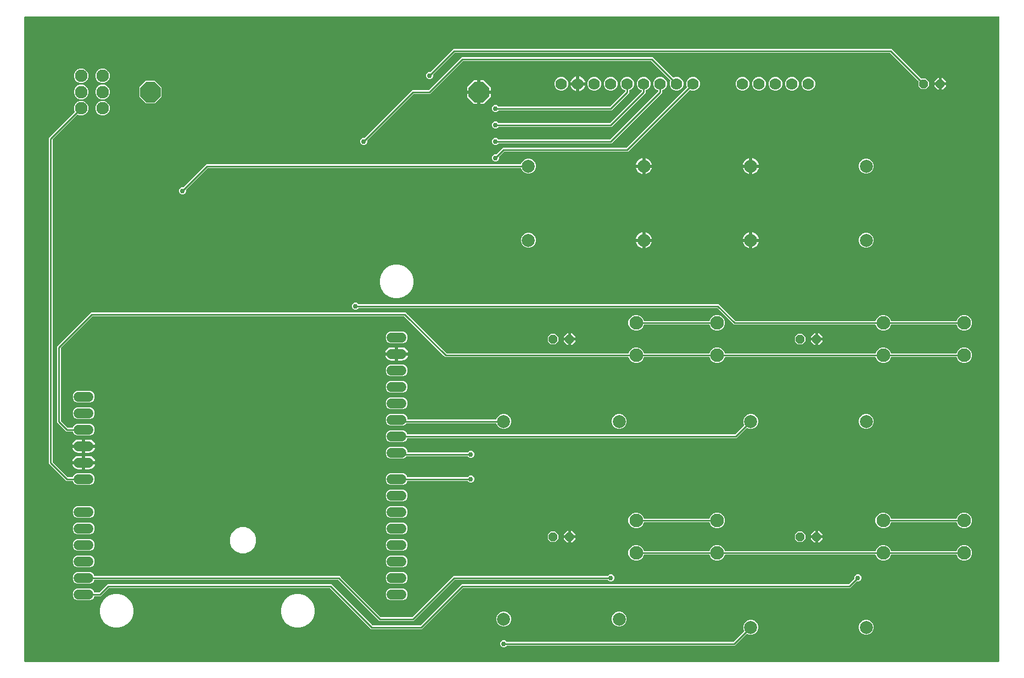
<source format=gbl>
G04 EAGLE Gerber RS-274X export*
G75*
%MOIN*%
%FSLAX36Y36*%
%LPD*%
%INBottom Copper Layer*%
%IPPOS*%
%AMOC8*
5,1,8,0,0,1.08239X$1,22.5*%
G01*
%ADD10P,0.134216X8X202.500000*%
%ADD11C,0.060000*%
%ADD12C,0.070000*%
%ADD13P,0.056284X8X22.500000*%
%ADD14C,0.078740*%
%ADD15C,0.082677*%
%ADD16C,0.076000*%
%ADD17C,0.029780*%
%ADD18C,0.010000*%

G36*
X5955464Y40059D02*
X5955464Y40059D01*
X5955931Y40088D01*
X5956084Y40137D01*
X5956242Y40157D01*
X5956677Y40329D01*
X5957123Y40474D01*
X5957258Y40559D01*
X5957407Y40618D01*
X5957785Y40892D01*
X5958181Y41143D01*
X5958291Y41260D01*
X5958421Y41354D01*
X5958719Y41714D01*
X5959040Y42055D01*
X5959117Y42195D01*
X5959219Y42318D01*
X5959419Y42742D01*
X5959645Y43151D01*
X5959685Y43306D01*
X5959753Y43451D01*
X5959841Y43910D01*
X5959959Y44364D01*
X5959974Y44602D01*
X5959989Y44681D01*
X5959984Y44762D01*
X5959999Y45000D01*
X5959999Y3955000D01*
X5959941Y3955464D01*
X5959912Y3955931D01*
X5959862Y3956084D01*
X5959842Y3956242D01*
X5959670Y3956677D01*
X5959526Y3957123D01*
X5959440Y3957258D01*
X5959382Y3957407D01*
X5959107Y3957785D01*
X5958857Y3958181D01*
X5958740Y3958291D01*
X5958646Y3958421D01*
X5958286Y3958719D01*
X5957945Y3959040D01*
X5957805Y3959117D01*
X5957681Y3959219D01*
X5957258Y3959419D01*
X5956849Y3959645D01*
X5956694Y3959685D01*
X5956549Y3959753D01*
X5956090Y3959841D01*
X5955636Y3959959D01*
X5955398Y3959974D01*
X5955319Y3959989D01*
X5955238Y3959984D01*
X5955000Y3959999D01*
X45000Y3959999D01*
X44536Y3959941D01*
X44069Y3959912D01*
X43916Y3959862D01*
X43757Y3959842D01*
X43323Y3959670D01*
X42877Y3959526D01*
X42742Y3959440D01*
X42593Y3959382D01*
X42215Y3959107D01*
X41819Y3958857D01*
X41709Y3958740D01*
X41579Y3958646D01*
X41281Y3958286D01*
X40960Y3957945D01*
X40883Y3957805D01*
X40781Y3957681D01*
X40581Y3957258D01*
X40355Y3956849D01*
X40315Y3956694D01*
X40247Y3956549D01*
X40159Y3956090D01*
X40041Y3955636D01*
X40026Y3955398D01*
X40011Y3955319D01*
X40016Y3955238D01*
X40001Y3955000D01*
X40001Y45000D01*
X40059Y44536D01*
X40088Y44069D01*
X40137Y43916D01*
X40157Y43757D01*
X40329Y43323D01*
X40474Y42877D01*
X40559Y42742D01*
X40618Y42593D01*
X40892Y42215D01*
X41143Y41819D01*
X41260Y41709D01*
X41354Y41579D01*
X41714Y41281D01*
X42055Y40960D01*
X42195Y40883D01*
X42318Y40781D01*
X42742Y40581D01*
X43151Y40355D01*
X43306Y40315D01*
X43451Y40247D01*
X43910Y40159D01*
X44364Y40041D01*
X44602Y40026D01*
X44681Y40011D01*
X44762Y40016D01*
X45000Y40001D01*
X5955000Y40001D01*
X5955464Y40059D01*
G37*
%LPC*%
G36*
X362839Y1413999D02*
X362839Y1413999D01*
X349607Y1419480D01*
X339480Y1429607D01*
X336868Y1435913D01*
X336811Y1436013D01*
X336776Y1436123D01*
X336501Y1436557D01*
X336248Y1437001D01*
X336168Y1437083D01*
X336106Y1437181D01*
X335733Y1437533D01*
X335376Y1437901D01*
X335278Y1437961D01*
X335194Y1438040D01*
X334747Y1438287D01*
X334309Y1438555D01*
X334199Y1438589D01*
X334098Y1438645D01*
X333601Y1438773D01*
X333112Y1438924D01*
X332998Y1438930D01*
X332886Y1438959D01*
X332249Y1438999D01*
X295443Y1438999D01*
X287535Y1446908D01*
X246908Y1487535D01*
X246907Y1487535D01*
X238999Y1495443D01*
X238999Y1954556D01*
X445443Y2161001D01*
X2354556Y2161001D01*
X2362464Y2153093D01*
X2362465Y2153092D01*
X2601517Y1914040D01*
X2601825Y1913801D01*
X2602107Y1913535D01*
X2602317Y1913419D01*
X2602507Y1913272D01*
X2602864Y1913117D01*
X2603204Y1912930D01*
X2603436Y1912870D01*
X2603656Y1912774D01*
X2604040Y1912713D01*
X2604416Y1912616D01*
X2604813Y1912591D01*
X2604893Y1912578D01*
X2604941Y1912583D01*
X2605052Y1912575D01*
X3703914Y1912575D01*
X3704028Y1912590D01*
X3704143Y1912581D01*
X3704647Y1912668D01*
X3705156Y1912732D01*
X3705263Y1912775D01*
X3705377Y1912794D01*
X3705844Y1913004D01*
X3706320Y1913193D01*
X3706414Y1913261D01*
X3706519Y1913308D01*
X3706918Y1913627D01*
X3707334Y1913929D01*
X3707408Y1914018D01*
X3707497Y1914089D01*
X3707806Y1914498D01*
X3708133Y1914893D01*
X3708182Y1914997D01*
X3708251Y1915089D01*
X3708532Y1915662D01*
X3713805Y1928390D01*
X3727122Y1941707D01*
X3744521Y1948914D01*
X3763353Y1948914D01*
X3780752Y1941707D01*
X3794069Y1928390D01*
X3799342Y1915662D01*
X3799399Y1915562D01*
X3799434Y1915452D01*
X3799709Y1915018D01*
X3799962Y1914574D01*
X3800042Y1914491D01*
X3800104Y1914394D01*
X3800478Y1914041D01*
X3800833Y1913674D01*
X3800932Y1913614D01*
X3801015Y1913535D01*
X3801463Y1913288D01*
X3801901Y1913019D01*
X3802011Y1912985D01*
X3802112Y1912930D01*
X3802609Y1912801D01*
X3803098Y1912650D01*
X3803212Y1912645D01*
X3803324Y1912616D01*
X3803960Y1912575D01*
X4196039Y1912575D01*
X4196154Y1912590D01*
X4196269Y1912581D01*
X4196773Y1912668D01*
X4197282Y1912732D01*
X4197389Y1912775D01*
X4197503Y1912794D01*
X4197970Y1913004D01*
X4198446Y1913193D01*
X4198540Y1913261D01*
X4198645Y1913308D01*
X4199044Y1913627D01*
X4199460Y1913929D01*
X4199534Y1914018D01*
X4199623Y1914089D01*
X4199932Y1914498D01*
X4200259Y1914893D01*
X4200308Y1914997D01*
X4200377Y1915089D01*
X4200658Y1915662D01*
X4205930Y1928390D01*
X4219248Y1941707D01*
X4236647Y1948914D01*
X4255479Y1948914D01*
X4272878Y1941707D01*
X4286195Y1928390D01*
X4291468Y1915662D01*
X4291525Y1915562D01*
X4291560Y1915452D01*
X4291835Y1915018D01*
X4292088Y1914574D01*
X4292168Y1914491D01*
X4292230Y1914394D01*
X4292604Y1914041D01*
X4292959Y1913674D01*
X4293058Y1913614D01*
X4293141Y1913535D01*
X4293589Y1913288D01*
X4294027Y1913019D01*
X4294137Y1912985D01*
X4294238Y1912930D01*
X4294734Y1912801D01*
X4295224Y1912650D01*
X4295338Y1912645D01*
X4295450Y1912616D01*
X4296086Y1912575D01*
X5203914Y1912575D01*
X5204028Y1912590D01*
X5204143Y1912581D01*
X5204647Y1912668D01*
X5205156Y1912732D01*
X5205263Y1912775D01*
X5205377Y1912794D01*
X5205844Y1913004D01*
X5206320Y1913193D01*
X5206414Y1913261D01*
X5206519Y1913308D01*
X5206918Y1913627D01*
X5207334Y1913929D01*
X5207408Y1914018D01*
X5207497Y1914089D01*
X5207806Y1914498D01*
X5208133Y1914893D01*
X5208182Y1914997D01*
X5208251Y1915089D01*
X5208532Y1915662D01*
X5213805Y1928390D01*
X5227122Y1941707D01*
X5244521Y1948914D01*
X5263353Y1948914D01*
X5280752Y1941707D01*
X5294069Y1928390D01*
X5299342Y1915662D01*
X5299399Y1915562D01*
X5299434Y1915452D01*
X5299709Y1915018D01*
X5299962Y1914574D01*
X5300042Y1914491D01*
X5300104Y1914394D01*
X5300478Y1914041D01*
X5300833Y1913674D01*
X5300932Y1913614D01*
X5301015Y1913535D01*
X5301463Y1913288D01*
X5301901Y1913019D01*
X5302011Y1912985D01*
X5302112Y1912930D01*
X5302609Y1912801D01*
X5303098Y1912650D01*
X5303212Y1912645D01*
X5303324Y1912616D01*
X5303960Y1912575D01*
X5696039Y1912575D01*
X5696154Y1912590D01*
X5696269Y1912581D01*
X5696773Y1912668D01*
X5697282Y1912732D01*
X5697389Y1912775D01*
X5697503Y1912794D01*
X5697970Y1913004D01*
X5698446Y1913193D01*
X5698540Y1913261D01*
X5698645Y1913308D01*
X5699044Y1913627D01*
X5699460Y1913929D01*
X5699534Y1914018D01*
X5699623Y1914089D01*
X5699932Y1914498D01*
X5700259Y1914893D01*
X5700308Y1914997D01*
X5700377Y1915089D01*
X5700658Y1915662D01*
X5705930Y1928390D01*
X5719248Y1941707D01*
X5736647Y1948914D01*
X5755479Y1948914D01*
X5772878Y1941707D01*
X5786195Y1928390D01*
X5793402Y1910991D01*
X5793402Y1892158D01*
X5786195Y1874759D01*
X5772878Y1861442D01*
X5755479Y1854235D01*
X5736647Y1854235D01*
X5719248Y1861442D01*
X5705930Y1874759D01*
X5700658Y1887488D01*
X5700601Y1887588D01*
X5700566Y1887698D01*
X5700291Y1888132D01*
X5700038Y1888576D01*
X5699958Y1888658D01*
X5699896Y1888756D01*
X5699522Y1889108D01*
X5699166Y1889475D01*
X5699068Y1889536D01*
X5698984Y1889615D01*
X5698537Y1889862D01*
X5698099Y1890130D01*
X5697989Y1890164D01*
X5697888Y1890220D01*
X5697391Y1890348D01*
X5696902Y1890499D01*
X5696788Y1890505D01*
X5696676Y1890533D01*
X5696039Y1890574D01*
X5303960Y1890574D01*
X5303846Y1890560D01*
X5303731Y1890569D01*
X5303227Y1890481D01*
X5302718Y1890417D01*
X5302611Y1890375D01*
X5302497Y1890355D01*
X5302030Y1890145D01*
X5301553Y1889956D01*
X5301460Y1889889D01*
X5301355Y1889842D01*
X5300955Y1889522D01*
X5300540Y1889221D01*
X5300466Y1889132D01*
X5300376Y1889060D01*
X5300068Y1888651D01*
X5299741Y1888256D01*
X5299692Y1888152D01*
X5299623Y1888060D01*
X5299342Y1887488D01*
X5294069Y1874759D01*
X5280752Y1861442D01*
X5263353Y1854235D01*
X5244521Y1854235D01*
X5227122Y1861442D01*
X5213805Y1874759D01*
X5208532Y1887488D01*
X5208475Y1887588D01*
X5208440Y1887698D01*
X5208165Y1888132D01*
X5207912Y1888576D01*
X5207832Y1888658D01*
X5207770Y1888756D01*
X5207396Y1889108D01*
X5207040Y1889475D01*
X5206942Y1889536D01*
X5206859Y1889615D01*
X5206411Y1889862D01*
X5205973Y1890130D01*
X5205863Y1890164D01*
X5205762Y1890220D01*
X5205265Y1890348D01*
X5204776Y1890499D01*
X5204662Y1890505D01*
X5204550Y1890533D01*
X5203914Y1890574D01*
X4296086Y1890574D01*
X4295972Y1890560D01*
X4295857Y1890569D01*
X4295353Y1890481D01*
X4294844Y1890417D01*
X4294737Y1890375D01*
X4294623Y1890355D01*
X4294156Y1890145D01*
X4293679Y1889956D01*
X4293586Y1889889D01*
X4293481Y1889842D01*
X4293081Y1889522D01*
X4292666Y1889221D01*
X4292592Y1889132D01*
X4292502Y1889060D01*
X4292194Y1888651D01*
X4291867Y1888256D01*
X4291818Y1888152D01*
X4291749Y1888060D01*
X4291468Y1887488D01*
X4286195Y1874759D01*
X4272878Y1861442D01*
X4255479Y1854235D01*
X4236647Y1854235D01*
X4219248Y1861442D01*
X4205930Y1874759D01*
X4200658Y1887488D01*
X4200601Y1887588D01*
X4200566Y1887698D01*
X4200291Y1888132D01*
X4200038Y1888576D01*
X4199958Y1888658D01*
X4199896Y1888756D01*
X4199522Y1889108D01*
X4199166Y1889475D01*
X4199068Y1889536D01*
X4198984Y1889615D01*
X4198537Y1889862D01*
X4198099Y1890130D01*
X4197989Y1890164D01*
X4197888Y1890220D01*
X4197391Y1890348D01*
X4196902Y1890499D01*
X4196788Y1890505D01*
X4196676Y1890533D01*
X4196039Y1890574D01*
X3803960Y1890574D01*
X3803846Y1890560D01*
X3803731Y1890569D01*
X3803227Y1890481D01*
X3802718Y1890417D01*
X3802611Y1890375D01*
X3802497Y1890355D01*
X3802030Y1890145D01*
X3801553Y1889956D01*
X3801460Y1889889D01*
X3801355Y1889842D01*
X3800955Y1889522D01*
X3800540Y1889221D01*
X3800466Y1889132D01*
X3800376Y1889060D01*
X3800068Y1888651D01*
X3799741Y1888256D01*
X3799692Y1888152D01*
X3799623Y1888060D01*
X3799342Y1887488D01*
X3794069Y1874759D01*
X3780752Y1861442D01*
X3763353Y1854235D01*
X3744521Y1854235D01*
X3727122Y1861442D01*
X3713805Y1874759D01*
X3708532Y1887488D01*
X3708475Y1887588D01*
X3708440Y1887698D01*
X3708165Y1888132D01*
X3707912Y1888576D01*
X3707832Y1888658D01*
X3707770Y1888756D01*
X3707396Y1889108D01*
X3707040Y1889475D01*
X3706942Y1889536D01*
X3706859Y1889615D01*
X3706411Y1889862D01*
X3705973Y1890130D01*
X3705863Y1890164D01*
X3705762Y1890220D01*
X3705265Y1890348D01*
X3704776Y1890499D01*
X3704662Y1890505D01*
X3704550Y1890533D01*
X3703914Y1890574D01*
X2593869Y1890574D01*
X2585961Y1898482D01*
X2585960Y1898483D01*
X2346908Y2137535D01*
X2346600Y2137773D01*
X2346318Y2138040D01*
X2346108Y2138156D01*
X2345918Y2138303D01*
X2345561Y2138457D01*
X2345221Y2138645D01*
X2344989Y2138705D01*
X2344769Y2138800D01*
X2344385Y2138861D01*
X2344009Y2138959D01*
X2343612Y2138984D01*
X2343532Y2138997D01*
X2343484Y2138992D01*
X2343373Y2138999D01*
X456627Y2138999D01*
X456242Y2138951D01*
X455853Y2138939D01*
X455623Y2138872D01*
X455385Y2138842D01*
X455024Y2138700D01*
X454650Y2138592D01*
X454443Y2138470D01*
X454220Y2138382D01*
X453906Y2138153D01*
X453571Y2137956D01*
X453272Y2137694D01*
X453207Y2137646D01*
X453176Y2137609D01*
X453092Y2137535D01*
X262465Y1946908D01*
X262226Y1946600D01*
X261960Y1946318D01*
X261844Y1946108D01*
X261697Y1945918D01*
X261543Y1945561D01*
X261355Y1945221D01*
X261295Y1944989D01*
X261200Y1944769D01*
X261139Y1944385D01*
X261041Y1944009D01*
X261016Y1943612D01*
X261003Y1943532D01*
X261008Y1943484D01*
X261001Y1943373D01*
X261001Y1506627D01*
X261049Y1506242D01*
X261061Y1505853D01*
X261127Y1505623D01*
X261157Y1505385D01*
X261300Y1505024D01*
X261408Y1504650D01*
X261530Y1504443D01*
X261618Y1504220D01*
X261846Y1503906D01*
X262044Y1503571D01*
X262306Y1503272D01*
X262354Y1503207D01*
X262391Y1503176D01*
X262465Y1503092D01*
X303092Y1462465D01*
X303400Y1462226D01*
X303682Y1461960D01*
X303892Y1461844D01*
X304082Y1461697D01*
X304439Y1461543D01*
X304779Y1461355D01*
X305011Y1461295D01*
X305231Y1461200D01*
X305615Y1461139D01*
X305991Y1461041D01*
X306388Y1461016D01*
X306468Y1461003D01*
X306516Y1461008D01*
X306627Y1461001D01*
X332249Y1461001D01*
X332364Y1461015D01*
X332478Y1461006D01*
X332983Y1461093D01*
X333492Y1461157D01*
X333599Y1461200D01*
X333712Y1461219D01*
X334180Y1461430D01*
X334656Y1461618D01*
X334750Y1461686D01*
X334855Y1461733D01*
X335254Y1462052D01*
X335670Y1462354D01*
X335743Y1462443D01*
X335833Y1462515D01*
X336142Y1462924D01*
X336469Y1463318D01*
X336518Y1463422D01*
X336587Y1463515D01*
X336868Y1464087D01*
X339480Y1470393D01*
X349607Y1480520D01*
X362839Y1486001D01*
X437161Y1486001D01*
X450392Y1480520D01*
X460520Y1470392D01*
X466001Y1457161D01*
X466001Y1442839D01*
X460520Y1429607D01*
X450392Y1419480D01*
X437161Y1413999D01*
X362839Y1413999D01*
G37*
%LPD*%
%LPC*%
G36*
X2145443Y238999D02*
X2145443Y238999D01*
X1896908Y487535D01*
X1896600Y487773D01*
X1896318Y488040D01*
X1896108Y488156D01*
X1895918Y488303D01*
X1895561Y488457D01*
X1895221Y488645D01*
X1894989Y488705D01*
X1894769Y488800D01*
X1894385Y488861D01*
X1894009Y488959D01*
X1893612Y488984D01*
X1893532Y488997D01*
X1893484Y488992D01*
X1893373Y488999D01*
X556627Y488999D01*
X556242Y488951D01*
X555853Y488939D01*
X555623Y488872D01*
X555385Y488842D01*
X555024Y488700D01*
X554650Y488592D01*
X554443Y488470D01*
X554220Y488382D01*
X553906Y488153D01*
X553571Y487956D01*
X553272Y487694D01*
X553207Y487646D01*
X553176Y487609D01*
X553092Y487535D01*
X504556Y438999D01*
X467750Y438999D01*
X467636Y438985D01*
X467521Y438994D01*
X467017Y438907D01*
X466508Y438842D01*
X466401Y438800D01*
X466287Y438780D01*
X465820Y438570D01*
X465344Y438382D01*
X465250Y438314D01*
X465145Y438267D01*
X464746Y437948D01*
X464330Y437646D01*
X464256Y437557D01*
X464167Y437485D01*
X463858Y437076D01*
X463531Y436681D01*
X463482Y436578D01*
X463413Y436485D01*
X463132Y435913D01*
X460520Y429607D01*
X450392Y419480D01*
X437161Y413999D01*
X362839Y413999D01*
X349607Y419480D01*
X339480Y429607D01*
X333999Y442839D01*
X333999Y457161D01*
X339480Y470392D01*
X349607Y480520D01*
X362839Y486001D01*
X437161Y486001D01*
X450392Y480520D01*
X460520Y470393D01*
X463132Y464087D01*
X463189Y463987D01*
X463224Y463877D01*
X463499Y463443D01*
X463752Y462999D01*
X463832Y462916D01*
X463894Y462819D01*
X464267Y462467D01*
X464623Y462099D01*
X464722Y462039D01*
X464805Y461960D01*
X465253Y461713D01*
X465691Y461445D01*
X465801Y461411D01*
X465902Y461355D01*
X466399Y461226D01*
X466888Y461076D01*
X467002Y461070D01*
X467114Y461041D01*
X467750Y461001D01*
X493373Y461001D01*
X493758Y461049D01*
X494147Y461061D01*
X494377Y461127D01*
X494615Y461157D01*
X494976Y461300D01*
X495350Y461408D01*
X495557Y461530D01*
X495780Y461618D01*
X496094Y461846D01*
X496429Y462044D01*
X496727Y462306D01*
X496793Y462354D01*
X496824Y462391D01*
X496908Y462465D01*
X545443Y511001D01*
X1904556Y511001D01*
X2153092Y262465D01*
X2153400Y262226D01*
X2153682Y261960D01*
X2153892Y261844D01*
X2154082Y261697D01*
X2154439Y261543D01*
X2154779Y261355D01*
X2155011Y261295D01*
X2155231Y261200D01*
X2155615Y261139D01*
X2155991Y261041D01*
X2156388Y261016D01*
X2156468Y261003D01*
X2156516Y261008D01*
X2156627Y261001D01*
X2443373Y261001D01*
X2443758Y261049D01*
X2444147Y261061D01*
X2444377Y261127D01*
X2444615Y261157D01*
X2444976Y261300D01*
X2445350Y261408D01*
X2445557Y261530D01*
X2445780Y261618D01*
X2446094Y261846D01*
X2446429Y262044D01*
X2446727Y262306D01*
X2446793Y262354D01*
X2446824Y262391D01*
X2446908Y262465D01*
X2695443Y511001D01*
X5043373Y511001D01*
X5043758Y511049D01*
X5044147Y511061D01*
X5044377Y511127D01*
X5044615Y511157D01*
X5044976Y511300D01*
X5045350Y511408D01*
X5045557Y511530D01*
X5045780Y511618D01*
X5046094Y511846D01*
X5046429Y512044D01*
X5046727Y512306D01*
X5046793Y512354D01*
X5046824Y512391D01*
X5046908Y512465D01*
X5077645Y543203D01*
X5077884Y543510D01*
X5078150Y543793D01*
X5078266Y544002D01*
X5078413Y544192D01*
X5078567Y544549D01*
X5078755Y544889D01*
X5078815Y545121D01*
X5078911Y545341D01*
X5078971Y545725D01*
X5079069Y546101D01*
X5079094Y546498D01*
X5079107Y546578D01*
X5079102Y546626D01*
X5079109Y546738D01*
X5079109Y554155D01*
X5082290Y561833D01*
X5088167Y567710D01*
X5095845Y570890D01*
X5104155Y570890D01*
X5111833Y567710D01*
X5117710Y561833D01*
X5120890Y554155D01*
X5120890Y545845D01*
X5117710Y538167D01*
X5111833Y532290D01*
X5104155Y529109D01*
X5096738Y529109D01*
X5096352Y529061D01*
X5095963Y529049D01*
X5095733Y528983D01*
X5095495Y528953D01*
X5095134Y528810D01*
X5094760Y528702D01*
X5094554Y528580D01*
X5094331Y528492D01*
X5094016Y528264D01*
X5093681Y528066D01*
X5093383Y527804D01*
X5093317Y527756D01*
X5093286Y527719D01*
X5093203Y527645D01*
X5054556Y488999D01*
X2706627Y488999D01*
X2706242Y488951D01*
X2705853Y488939D01*
X2705623Y488872D01*
X2705385Y488842D01*
X2705024Y488700D01*
X2704650Y488592D01*
X2704443Y488470D01*
X2704220Y488382D01*
X2703906Y488153D01*
X2703571Y487956D01*
X2703272Y487694D01*
X2703207Y487646D01*
X2703176Y487609D01*
X2703092Y487535D01*
X2454556Y238999D01*
X2145443Y238999D01*
G37*
%LPD*%
%LPC*%
G36*
X5244521Y2051086D02*
X5244521Y2051086D01*
X5227122Y2058293D01*
X5213805Y2071610D01*
X5208532Y2084338D01*
X5208475Y2084438D01*
X5208440Y2084548D01*
X5208165Y2084982D01*
X5207912Y2085426D01*
X5207832Y2085508D01*
X5207770Y2085606D01*
X5207396Y2085959D01*
X5207040Y2086326D01*
X5206942Y2086386D01*
X5206859Y2086465D01*
X5206411Y2086712D01*
X5205973Y2086981D01*
X5205863Y2087015D01*
X5205762Y2087070D01*
X5205265Y2087199D01*
X5204776Y2087349D01*
X5204662Y2087355D01*
X5204550Y2087384D01*
X5203914Y2087424D01*
X4347018Y2087424D01*
X4246908Y2187535D01*
X4246600Y2187773D01*
X4246318Y2188040D01*
X4246108Y2188156D01*
X4245918Y2188303D01*
X4245561Y2188457D01*
X4245221Y2188645D01*
X4244989Y2188705D01*
X4244769Y2188800D01*
X4244385Y2188861D01*
X4244009Y2188959D01*
X4243612Y2188984D01*
X4243532Y2188997D01*
X4243484Y2188992D01*
X4243373Y2188999D01*
X2070614Y2188999D01*
X2070228Y2188951D01*
X2069840Y2188939D01*
X2069609Y2188872D01*
X2069371Y2188842D01*
X2069010Y2188700D01*
X2068636Y2188592D01*
X2068430Y2188470D01*
X2068207Y2188382D01*
X2067892Y2188153D01*
X2067557Y2187956D01*
X2067259Y2187694D01*
X2067193Y2187646D01*
X2067162Y2187609D01*
X2067079Y2187535D01*
X2061833Y2182290D01*
X2054155Y2179109D01*
X2045845Y2179109D01*
X2038167Y2182290D01*
X2032290Y2188167D01*
X2029109Y2195845D01*
X2029109Y2204155D01*
X2032290Y2211833D01*
X2038167Y2217710D01*
X2045845Y2220890D01*
X2054155Y2220890D01*
X2061833Y2217710D01*
X2067079Y2212465D01*
X2067386Y2212226D01*
X2067669Y2211960D01*
X2067879Y2211844D01*
X2068068Y2211697D01*
X2068425Y2211543D01*
X2068765Y2211355D01*
X2068997Y2211295D01*
X2069217Y2211200D01*
X2069601Y2211139D01*
X2069977Y2211041D01*
X2070374Y2211016D01*
X2070454Y2211003D01*
X2070502Y2211008D01*
X2070614Y2211001D01*
X4254556Y2211001D01*
X4354667Y2110890D01*
X4354974Y2110652D01*
X4355257Y2110385D01*
X4355467Y2110269D01*
X4355657Y2110122D01*
X4356013Y2109968D01*
X4356354Y2109780D01*
X4356586Y2109720D01*
X4356806Y2109625D01*
X4357189Y2109564D01*
X4357566Y2109466D01*
X4357963Y2109441D01*
X4358043Y2109428D01*
X4358091Y2109433D01*
X4358202Y2109426D01*
X5203914Y2109426D01*
X5204028Y2109440D01*
X5204143Y2109431D01*
X5204647Y2109518D01*
X5205156Y2109583D01*
X5205263Y2109625D01*
X5205377Y2109645D01*
X5205844Y2109855D01*
X5206320Y2110043D01*
X5206414Y2110111D01*
X5206519Y2110158D01*
X5206918Y2110477D01*
X5207334Y2110779D01*
X5207408Y2110868D01*
X5207497Y2110940D01*
X5207806Y2111349D01*
X5208133Y2111744D01*
X5208182Y2111848D01*
X5208251Y2111940D01*
X5208532Y2112512D01*
X5213805Y2125241D01*
X5227122Y2138558D01*
X5244521Y2145764D01*
X5263353Y2145764D01*
X5280752Y2138558D01*
X5294069Y2125241D01*
X5299342Y2112512D01*
X5299399Y2112412D01*
X5299434Y2112302D01*
X5299709Y2111868D01*
X5299962Y2111424D01*
X5300042Y2111342D01*
X5300104Y2111244D01*
X5300478Y2110892D01*
X5300833Y2110524D01*
X5300932Y2110464D01*
X5301015Y2110385D01*
X5301463Y2110138D01*
X5301901Y2109870D01*
X5302011Y2109836D01*
X5302112Y2109780D01*
X5302609Y2109652D01*
X5303098Y2109501D01*
X5303212Y2109495D01*
X5303324Y2109466D01*
X5303960Y2109426D01*
X5696039Y2109426D01*
X5696154Y2109440D01*
X5696269Y2109431D01*
X5696773Y2109518D01*
X5697282Y2109583D01*
X5697389Y2109625D01*
X5697503Y2109645D01*
X5697970Y2109855D01*
X5698446Y2110043D01*
X5698540Y2110111D01*
X5698645Y2110158D01*
X5699044Y2110477D01*
X5699460Y2110779D01*
X5699534Y2110868D01*
X5699623Y2110940D01*
X5699932Y2111349D01*
X5700259Y2111744D01*
X5700308Y2111848D01*
X5700377Y2111940D01*
X5700658Y2112512D01*
X5705930Y2125241D01*
X5719248Y2138558D01*
X5736647Y2145764D01*
X5755479Y2145764D01*
X5772878Y2138558D01*
X5786195Y2125241D01*
X5793402Y2107842D01*
X5793402Y2089009D01*
X5786195Y2071610D01*
X5772878Y2058293D01*
X5755479Y2051086D01*
X5736647Y2051086D01*
X5719248Y2058293D01*
X5705930Y2071610D01*
X5700658Y2084338D01*
X5700601Y2084438D01*
X5700566Y2084548D01*
X5700291Y2084982D01*
X5700038Y2085426D01*
X5699958Y2085508D01*
X5699896Y2085606D01*
X5699522Y2085959D01*
X5699166Y2086326D01*
X5699068Y2086386D01*
X5698984Y2086465D01*
X5698537Y2086712D01*
X5698099Y2086981D01*
X5697989Y2087015D01*
X5697888Y2087070D01*
X5697391Y2087199D01*
X5696902Y2087349D01*
X5696788Y2087355D01*
X5696676Y2087384D01*
X5696039Y2087424D01*
X5303960Y2087424D01*
X5303846Y2087410D01*
X5303731Y2087419D01*
X5303227Y2087332D01*
X5302718Y2087268D01*
X5302611Y2087225D01*
X5302497Y2087206D01*
X5302030Y2086995D01*
X5301553Y2086807D01*
X5301460Y2086739D01*
X5301355Y2086692D01*
X5300955Y2086373D01*
X5300540Y2086071D01*
X5300466Y2085982D01*
X5300376Y2085911D01*
X5300068Y2085501D01*
X5299741Y2085107D01*
X5299692Y2085003D01*
X5299623Y2084911D01*
X5299342Y2084338D01*
X5294069Y2071610D01*
X5280752Y2058293D01*
X5263353Y2051086D01*
X5244521Y2051086D01*
G37*
%LPD*%
%LPC*%
G36*
X2195443Y288999D02*
X2195443Y288999D01*
X2187536Y296907D01*
X2187535Y296908D01*
X1946908Y537535D01*
X1946600Y537773D01*
X1946318Y538040D01*
X1946108Y538156D01*
X1945918Y538303D01*
X1945561Y538457D01*
X1945221Y538645D01*
X1944989Y538705D01*
X1944769Y538800D01*
X1944385Y538861D01*
X1944009Y538959D01*
X1943612Y538984D01*
X1943532Y538997D01*
X1943484Y538992D01*
X1943373Y538999D01*
X467750Y538999D01*
X467636Y538985D01*
X467521Y538994D01*
X467017Y538907D01*
X466508Y538842D01*
X466401Y538800D01*
X466287Y538780D01*
X465820Y538570D01*
X465344Y538382D01*
X465250Y538314D01*
X465145Y538267D01*
X464746Y537948D01*
X464330Y537646D01*
X464256Y537557D01*
X464167Y537485D01*
X463858Y537076D01*
X463531Y536681D01*
X463482Y536578D01*
X463413Y536485D01*
X463132Y535913D01*
X460520Y529607D01*
X450392Y519480D01*
X437161Y513999D01*
X362839Y513999D01*
X349607Y519480D01*
X339480Y529607D01*
X333999Y542839D01*
X333999Y557161D01*
X339480Y570392D01*
X349607Y580520D01*
X362839Y586001D01*
X437161Y586001D01*
X450392Y580520D01*
X460520Y570393D01*
X463132Y564087D01*
X463189Y563987D01*
X463224Y563877D01*
X463499Y563443D01*
X463752Y562999D01*
X463832Y562916D01*
X463894Y562819D01*
X464267Y562467D01*
X464623Y562099D01*
X464722Y562039D01*
X464805Y561960D01*
X465253Y561713D01*
X465691Y561445D01*
X465801Y561411D01*
X465902Y561355D01*
X466399Y561226D01*
X466888Y561076D01*
X467002Y561070D01*
X467114Y561041D01*
X467750Y561001D01*
X1954556Y561001D01*
X1962464Y553093D01*
X1962465Y553092D01*
X2203092Y312465D01*
X2203399Y312226D01*
X2203682Y311960D01*
X2203892Y311844D01*
X2204082Y311697D01*
X2204438Y311543D01*
X2204779Y311355D01*
X2205011Y311295D01*
X2205231Y311200D01*
X2205614Y311139D01*
X2205991Y311041D01*
X2206388Y311016D01*
X2206468Y311003D01*
X2206516Y311008D01*
X2206627Y311001D01*
X2393373Y311001D01*
X2393758Y311049D01*
X2394147Y311061D01*
X2394377Y311127D01*
X2394615Y311157D01*
X2394976Y311300D01*
X2395350Y311408D01*
X2395557Y311530D01*
X2395780Y311618D01*
X2396094Y311846D01*
X2396429Y312044D01*
X2396727Y312306D01*
X2396793Y312354D01*
X2396824Y312391D01*
X2396908Y312465D01*
X2645443Y561001D01*
X3579386Y561001D01*
X3579772Y561049D01*
X3580160Y561061D01*
X3580391Y561127D01*
X3580629Y561157D01*
X3580990Y561300D01*
X3581363Y561408D01*
X3581570Y561530D01*
X3581793Y561618D01*
X3582108Y561846D01*
X3582443Y562044D01*
X3582741Y562306D01*
X3582807Y562354D01*
X3582837Y562391D01*
X3582921Y562465D01*
X3588167Y567710D01*
X3595845Y570890D01*
X3604155Y570890D01*
X3611833Y567710D01*
X3617710Y561833D01*
X3620890Y554155D01*
X3620890Y545845D01*
X3617710Y538167D01*
X3611833Y532290D01*
X3604155Y529109D01*
X3595845Y529109D01*
X3588167Y532290D01*
X3582921Y537535D01*
X3582614Y537773D01*
X3582331Y538040D01*
X3582121Y538156D01*
X3581932Y538303D01*
X3581575Y538457D01*
X3581235Y538645D01*
X3581003Y538705D01*
X3580782Y538800D01*
X3580399Y538861D01*
X3580022Y538959D01*
X3579626Y538984D01*
X3579546Y538997D01*
X3579498Y538992D01*
X3579386Y538999D01*
X2656627Y538999D01*
X2656242Y538951D01*
X2655853Y538939D01*
X2655623Y538872D01*
X2655385Y538842D01*
X2655024Y538700D01*
X2654650Y538592D01*
X2654443Y538470D01*
X2654220Y538382D01*
X2653906Y538153D01*
X2653571Y537956D01*
X2653272Y537694D01*
X2653207Y537646D01*
X2653176Y537609D01*
X2653092Y537535D01*
X2404556Y288999D01*
X2195443Y288999D01*
G37*
%LPD*%
%LPC*%
G36*
X5486745Y3517999D02*
X5486745Y3517999D01*
X5467999Y3536745D01*
X5467999Y3564373D01*
X5467951Y3564758D01*
X5467939Y3565147D01*
X5467872Y3565377D01*
X5467842Y3565615D01*
X5467700Y3565976D01*
X5467592Y3566350D01*
X5467470Y3566557D01*
X5467382Y3566780D01*
X5467153Y3567094D01*
X5466956Y3567429D01*
X5466694Y3567727D01*
X5466646Y3567793D01*
X5466609Y3567824D01*
X5466535Y3567908D01*
X5296908Y3737535D01*
X5296600Y3737773D01*
X5296318Y3738040D01*
X5296108Y3738156D01*
X5295918Y3738303D01*
X5295561Y3738457D01*
X5295221Y3738645D01*
X5294989Y3738705D01*
X5294769Y3738800D01*
X5294385Y3738861D01*
X5294009Y3738959D01*
X5293612Y3738984D01*
X5293532Y3738997D01*
X5293484Y3738992D01*
X5293373Y3738999D01*
X2656627Y3738999D01*
X2656242Y3738951D01*
X2655853Y3738939D01*
X2655623Y3738872D01*
X2655385Y3738842D01*
X2655024Y3738700D01*
X2654650Y3738592D01*
X2654443Y3738470D01*
X2654220Y3738382D01*
X2653906Y3738153D01*
X2653571Y3737956D01*
X2653272Y3737694D01*
X2653207Y3737646D01*
X2653176Y3737609D01*
X2653092Y3737535D01*
X2522355Y3606797D01*
X2522116Y3606490D01*
X2521850Y3606207D01*
X2521734Y3605997D01*
X2521587Y3605808D01*
X2521432Y3605451D01*
X2521245Y3605111D01*
X2521185Y3604879D01*
X2521089Y3604659D01*
X2521028Y3604275D01*
X2520931Y3603898D01*
X2520906Y3603502D01*
X2520893Y3603422D01*
X2520898Y3603374D01*
X2520890Y3603262D01*
X2520890Y3595845D01*
X2517710Y3588167D01*
X2511833Y3582290D01*
X2504155Y3579109D01*
X2495845Y3579109D01*
X2488167Y3582290D01*
X2482290Y3588167D01*
X2479109Y3595845D01*
X2479109Y3604155D01*
X2482290Y3611833D01*
X2488167Y3617710D01*
X2495845Y3620890D01*
X2503262Y3620890D01*
X2503648Y3620939D01*
X2504036Y3620951D01*
X2504267Y3621017D01*
X2504505Y3621047D01*
X2504866Y3621190D01*
X2505240Y3621298D01*
X2505446Y3621420D01*
X2505669Y3621508D01*
X2505984Y3621736D01*
X2506319Y3621934D01*
X2506617Y3622196D01*
X2506683Y3622244D01*
X2506714Y3622281D01*
X2506797Y3622355D01*
X2645443Y3761001D01*
X5304556Y3761001D01*
X5482092Y3583465D01*
X5482400Y3583226D01*
X5482682Y3582960D01*
X5482892Y3582844D01*
X5483082Y3582697D01*
X5483439Y3582543D01*
X5483779Y3582355D01*
X5484011Y3582295D01*
X5484231Y3582200D01*
X5484615Y3582139D01*
X5484991Y3582041D01*
X5485388Y3582016D01*
X5485468Y3582003D01*
X5485516Y3582008D01*
X5485627Y3582001D01*
X5513255Y3582001D01*
X5532001Y3563255D01*
X5532001Y3536745D01*
X5513255Y3517999D01*
X5486745Y3517999D01*
G37*
%LPD*%
%LPC*%
G36*
X362839Y1113999D02*
X362839Y1113999D01*
X349607Y1119480D01*
X339480Y1129607D01*
X336868Y1135913D01*
X336811Y1136013D01*
X336776Y1136123D01*
X336501Y1136557D01*
X336248Y1137001D01*
X336168Y1137083D01*
X336106Y1137181D01*
X335733Y1137533D01*
X335376Y1137901D01*
X335278Y1137961D01*
X335194Y1138040D01*
X334747Y1138287D01*
X334309Y1138555D01*
X334199Y1138589D01*
X334098Y1138645D01*
X333601Y1138773D01*
X333112Y1138924D01*
X332998Y1138930D01*
X332886Y1138959D01*
X332249Y1138999D01*
X295443Y1138999D01*
X188999Y1245443D01*
X188999Y3221092D01*
X344444Y3376537D01*
X344515Y3376628D01*
X344602Y3376702D01*
X344897Y3377121D01*
X345212Y3377526D01*
X345258Y3377632D01*
X345324Y3377726D01*
X345506Y3378205D01*
X345709Y3378675D01*
X345727Y3378789D01*
X345768Y3378897D01*
X345825Y3379406D01*
X345906Y3379912D01*
X345895Y3380027D01*
X345908Y3380141D01*
X345837Y3380649D01*
X345789Y3381159D01*
X345750Y3381268D01*
X345734Y3381382D01*
X345528Y3381985D01*
X341039Y3392822D01*
X341039Y3410327D01*
X347737Y3426499D01*
X360115Y3438877D01*
X376287Y3445575D01*
X393792Y3445575D01*
X409963Y3438877D01*
X422341Y3426499D01*
X429040Y3410327D01*
X429040Y3392822D01*
X422341Y3376651D01*
X409963Y3364273D01*
X393792Y3357574D01*
X376287Y3357574D01*
X365449Y3362063D01*
X365338Y3362094D01*
X365236Y3362146D01*
X364736Y3362258D01*
X364242Y3362394D01*
X364126Y3362396D01*
X364014Y3362421D01*
X363502Y3362406D01*
X362989Y3362414D01*
X362877Y3362387D01*
X362762Y3362383D01*
X362269Y3362241D01*
X361772Y3362122D01*
X361670Y3362068D01*
X361559Y3362036D01*
X361117Y3361776D01*
X360664Y3361537D01*
X360579Y3361459D01*
X360480Y3361401D01*
X360001Y3360980D01*
X212465Y3213443D01*
X212226Y3213136D01*
X211960Y3212853D01*
X211844Y3212643D01*
X211697Y3212453D01*
X211543Y3212097D01*
X211355Y3211757D01*
X211295Y3211524D01*
X211200Y3211304D01*
X211139Y3210921D01*
X211041Y3210544D01*
X211016Y3210147D01*
X211003Y3210067D01*
X211008Y3210019D01*
X211001Y3209908D01*
X211001Y1256627D01*
X211049Y1256242D01*
X211061Y1255853D01*
X211127Y1255623D01*
X211157Y1255385D01*
X211300Y1255024D01*
X211408Y1254650D01*
X211530Y1254443D01*
X211618Y1254220D01*
X211846Y1253906D01*
X212044Y1253571D01*
X212306Y1253272D01*
X212354Y1253207D01*
X212391Y1253176D01*
X212465Y1253092D01*
X303092Y1162465D01*
X303400Y1162226D01*
X303682Y1161960D01*
X303892Y1161844D01*
X304082Y1161697D01*
X304439Y1161543D01*
X304779Y1161355D01*
X305011Y1161295D01*
X305231Y1161200D01*
X305615Y1161139D01*
X305991Y1161041D01*
X306388Y1161016D01*
X306468Y1161003D01*
X306516Y1161008D01*
X306627Y1161001D01*
X332249Y1161001D01*
X332364Y1161015D01*
X332478Y1161006D01*
X332983Y1161093D01*
X333492Y1161157D01*
X333599Y1161200D01*
X333712Y1161219D01*
X334180Y1161430D01*
X334656Y1161618D01*
X334750Y1161686D01*
X334855Y1161733D01*
X335254Y1162052D01*
X335670Y1162354D01*
X335743Y1162443D01*
X335833Y1162515D01*
X336142Y1162924D01*
X336469Y1163318D01*
X336518Y1163422D01*
X336587Y1163515D01*
X336868Y1164087D01*
X339480Y1170393D01*
X349607Y1180520D01*
X362839Y1186001D01*
X437161Y1186001D01*
X450392Y1180520D01*
X460520Y1170392D01*
X466001Y1157161D01*
X466001Y1142839D01*
X460520Y1129607D01*
X450392Y1119480D01*
X437161Y1113999D01*
X362839Y1113999D01*
G37*
%LPD*%
%LPC*%
G36*
X3744521Y654235D02*
X3744521Y654235D01*
X3727122Y661442D01*
X3713805Y674759D01*
X3706598Y692158D01*
X3706598Y710991D01*
X3713805Y728390D01*
X3727122Y741707D01*
X3744521Y748914D01*
X3763353Y748914D01*
X3780752Y741707D01*
X3794069Y728390D01*
X3799342Y715662D01*
X3799399Y715562D01*
X3799434Y715452D01*
X3799709Y715018D01*
X3799962Y714574D01*
X3800042Y714491D01*
X3800104Y714394D01*
X3800478Y714041D01*
X3800833Y713674D01*
X3800932Y713614D01*
X3801015Y713535D01*
X3801463Y713288D01*
X3801901Y713019D01*
X3802011Y712985D01*
X3802112Y712930D01*
X3802609Y712801D01*
X3803098Y712650D01*
X3803212Y712645D01*
X3803324Y712616D01*
X3803960Y712575D01*
X4196039Y712575D01*
X4196154Y712590D01*
X4196269Y712581D01*
X4196773Y712668D01*
X4197282Y712732D01*
X4197389Y712775D01*
X4197503Y712794D01*
X4197970Y713004D01*
X4198446Y713193D01*
X4198540Y713261D01*
X4198645Y713308D01*
X4199044Y713627D01*
X4199460Y713929D01*
X4199534Y714018D01*
X4199623Y714089D01*
X4199932Y714498D01*
X4200259Y714893D01*
X4200308Y714997D01*
X4200377Y715089D01*
X4200658Y715662D01*
X4205930Y728390D01*
X4219248Y741707D01*
X4236647Y748914D01*
X4255479Y748914D01*
X4272878Y741707D01*
X4286195Y728390D01*
X4291468Y715662D01*
X4291525Y715562D01*
X4291560Y715452D01*
X4291835Y715018D01*
X4292088Y714574D01*
X4292168Y714491D01*
X4292230Y714394D01*
X4292604Y714041D01*
X4292959Y713674D01*
X4293058Y713614D01*
X4293141Y713535D01*
X4293589Y713288D01*
X4294027Y713019D01*
X4294137Y712985D01*
X4294238Y712930D01*
X4294734Y712801D01*
X4295224Y712650D01*
X4295338Y712645D01*
X4295450Y712616D01*
X4296086Y712575D01*
X5203914Y712575D01*
X5204028Y712590D01*
X5204143Y712581D01*
X5204647Y712668D01*
X5205156Y712732D01*
X5205263Y712775D01*
X5205377Y712794D01*
X5205844Y713004D01*
X5206320Y713193D01*
X5206414Y713261D01*
X5206519Y713308D01*
X5206918Y713627D01*
X5207334Y713929D01*
X5207408Y714018D01*
X5207497Y714089D01*
X5207806Y714498D01*
X5208133Y714893D01*
X5208182Y714997D01*
X5208251Y715089D01*
X5208532Y715662D01*
X5213805Y728390D01*
X5227122Y741707D01*
X5244521Y748914D01*
X5263353Y748914D01*
X5280752Y741707D01*
X5294069Y728390D01*
X5299342Y715662D01*
X5299399Y715562D01*
X5299434Y715452D01*
X5299709Y715018D01*
X5299962Y714574D01*
X5300042Y714491D01*
X5300104Y714394D01*
X5300478Y714041D01*
X5300833Y713674D01*
X5300932Y713614D01*
X5301015Y713535D01*
X5301463Y713288D01*
X5301901Y713019D01*
X5302011Y712985D01*
X5302112Y712930D01*
X5302609Y712801D01*
X5303098Y712650D01*
X5303212Y712645D01*
X5303324Y712616D01*
X5303960Y712575D01*
X5696039Y712575D01*
X5696154Y712590D01*
X5696269Y712581D01*
X5696773Y712668D01*
X5697282Y712732D01*
X5697389Y712775D01*
X5697503Y712794D01*
X5697970Y713004D01*
X5698446Y713193D01*
X5698540Y713261D01*
X5698645Y713308D01*
X5699044Y713627D01*
X5699460Y713929D01*
X5699534Y714018D01*
X5699623Y714089D01*
X5699932Y714498D01*
X5700259Y714893D01*
X5700308Y714997D01*
X5700377Y715089D01*
X5700658Y715662D01*
X5705930Y728390D01*
X5719248Y741707D01*
X5736647Y748914D01*
X5755479Y748914D01*
X5772878Y741707D01*
X5786195Y728390D01*
X5793402Y710991D01*
X5793402Y692158D01*
X5786195Y674759D01*
X5772878Y661442D01*
X5755479Y654235D01*
X5736647Y654235D01*
X5719248Y661442D01*
X5705930Y674759D01*
X5700658Y687488D01*
X5700601Y687588D01*
X5700566Y687698D01*
X5700291Y688132D01*
X5700038Y688576D01*
X5699958Y688658D01*
X5699896Y688756D01*
X5699522Y689108D01*
X5699166Y689475D01*
X5699068Y689536D01*
X5698984Y689615D01*
X5698537Y689862D01*
X5698099Y690130D01*
X5697989Y690164D01*
X5697888Y690220D01*
X5697391Y690348D01*
X5696902Y690499D01*
X5696788Y690505D01*
X5696676Y690533D01*
X5696039Y690574D01*
X5303960Y690574D01*
X5303846Y690560D01*
X5303731Y690569D01*
X5303227Y690481D01*
X5302718Y690417D01*
X5302611Y690375D01*
X5302497Y690355D01*
X5302030Y690145D01*
X5301553Y689956D01*
X5301460Y689889D01*
X5301355Y689842D01*
X5300955Y689522D01*
X5300540Y689221D01*
X5300466Y689132D01*
X5300376Y689060D01*
X5300068Y688651D01*
X5299741Y688256D01*
X5299692Y688152D01*
X5299623Y688060D01*
X5299342Y687488D01*
X5294069Y674759D01*
X5280752Y661442D01*
X5263353Y654235D01*
X5244521Y654235D01*
X5227122Y661442D01*
X5213805Y674759D01*
X5208532Y687488D01*
X5208475Y687588D01*
X5208440Y687698D01*
X5208165Y688132D01*
X5207912Y688576D01*
X5207832Y688658D01*
X5207770Y688756D01*
X5207396Y689108D01*
X5207040Y689475D01*
X5206942Y689536D01*
X5206859Y689615D01*
X5206411Y689862D01*
X5205973Y690130D01*
X5205863Y690164D01*
X5205762Y690220D01*
X5205265Y690348D01*
X5204776Y690499D01*
X5204662Y690505D01*
X5204550Y690533D01*
X5203914Y690574D01*
X4296086Y690574D01*
X4295972Y690560D01*
X4295857Y690569D01*
X4295353Y690481D01*
X4294844Y690417D01*
X4294737Y690375D01*
X4294623Y690355D01*
X4294156Y690145D01*
X4293679Y689956D01*
X4293586Y689889D01*
X4293481Y689842D01*
X4293081Y689522D01*
X4292666Y689221D01*
X4292592Y689132D01*
X4292502Y689060D01*
X4292194Y688651D01*
X4291867Y688256D01*
X4291818Y688152D01*
X4291749Y688060D01*
X4291468Y687488D01*
X4286195Y674759D01*
X4272878Y661442D01*
X4255479Y654235D01*
X4236647Y654235D01*
X4219248Y661442D01*
X4205930Y674759D01*
X4200658Y687488D01*
X4200601Y687588D01*
X4200566Y687698D01*
X4200291Y688132D01*
X4200038Y688576D01*
X4199958Y688658D01*
X4199896Y688756D01*
X4199522Y689108D01*
X4199166Y689475D01*
X4199068Y689536D01*
X4198984Y689615D01*
X4198537Y689862D01*
X4198099Y690130D01*
X4197989Y690164D01*
X4197888Y690220D01*
X4197391Y690348D01*
X4196902Y690499D01*
X4196788Y690505D01*
X4196676Y690533D01*
X4196039Y690574D01*
X3803960Y690574D01*
X3803846Y690560D01*
X3803731Y690569D01*
X3803227Y690481D01*
X3802718Y690417D01*
X3802611Y690375D01*
X3802497Y690355D01*
X3802030Y690145D01*
X3801553Y689956D01*
X3801460Y689889D01*
X3801355Y689842D01*
X3800955Y689522D01*
X3800540Y689221D01*
X3800466Y689132D01*
X3800376Y689060D01*
X3800068Y688651D01*
X3799741Y688256D01*
X3799692Y688152D01*
X3799623Y688060D01*
X3799342Y687488D01*
X3794069Y674759D01*
X3780752Y661442D01*
X3763353Y654235D01*
X3744521Y654235D01*
G37*
%LPD*%
%LPC*%
G36*
X2262839Y1373999D02*
X2262839Y1373999D01*
X2249607Y1379480D01*
X2239480Y1389607D01*
X2233999Y1402839D01*
X2233999Y1417161D01*
X2239480Y1430392D01*
X2249607Y1440520D01*
X2262839Y1446001D01*
X2337161Y1446001D01*
X2350392Y1440520D01*
X2360520Y1430393D01*
X2363132Y1424087D01*
X2363189Y1423987D01*
X2363224Y1423877D01*
X2363499Y1423443D01*
X2363752Y1422999D01*
X2363832Y1422916D01*
X2363894Y1422819D01*
X2364267Y1422467D01*
X2364623Y1422099D01*
X2364722Y1422039D01*
X2364805Y1421960D01*
X2365253Y1421713D01*
X2365691Y1421445D01*
X2365801Y1421411D01*
X2365902Y1421355D01*
X2366399Y1421226D01*
X2366888Y1421076D01*
X2367002Y1421070D01*
X2367114Y1421041D01*
X2367750Y1421001D01*
X4352979Y1421001D01*
X4353364Y1421049D01*
X4353753Y1421061D01*
X4353984Y1421127D01*
X4354221Y1421157D01*
X4354582Y1421300D01*
X4354956Y1421408D01*
X4355163Y1421530D01*
X4355386Y1421618D01*
X4355700Y1421846D01*
X4356035Y1422044D01*
X4356334Y1422306D01*
X4356399Y1422354D01*
X4356430Y1422391D01*
X4356514Y1422465D01*
X4407962Y1473913D01*
X4408033Y1474004D01*
X4408121Y1474079D01*
X4408416Y1474497D01*
X4408730Y1474903D01*
X4408776Y1475009D01*
X4408842Y1475103D01*
X4409024Y1475581D01*
X4409228Y1476052D01*
X4409246Y1476166D01*
X4409287Y1476273D01*
X4409344Y1476783D01*
X4409424Y1477289D01*
X4409413Y1477403D01*
X4409426Y1477518D01*
X4409355Y1478025D01*
X4409307Y1478536D01*
X4409268Y1478644D01*
X4409252Y1478758D01*
X4409046Y1479361D01*
X4404235Y1490975D01*
X4404235Y1509025D01*
X4411143Y1525700D01*
X4423906Y1538463D01*
X4440581Y1545371D01*
X4458631Y1545371D01*
X4475306Y1538463D01*
X4488070Y1525700D01*
X4494977Y1509025D01*
X4494977Y1490975D01*
X4488070Y1474300D01*
X4475306Y1461536D01*
X4458631Y1454629D01*
X4440581Y1454629D01*
X4428968Y1459440D01*
X4428857Y1459470D01*
X4428754Y1459523D01*
X4428255Y1459635D01*
X4427760Y1459770D01*
X4427645Y1459772D01*
X4427532Y1459797D01*
X4427186Y1459787D01*
X4427125Y1459791D01*
X4427025Y1459791D01*
X4426963Y1459783D01*
X4426508Y1459790D01*
X4426396Y1459764D01*
X4426281Y1459760D01*
X4425892Y1459648D01*
X4425783Y1459634D01*
X4425671Y1459590D01*
X4425290Y1459499D01*
X4425188Y1459445D01*
X4425077Y1459413D01*
X4424779Y1459237D01*
X4424618Y1459173D01*
X4424466Y1459063D01*
X4424183Y1458913D01*
X4424097Y1458836D01*
X4423998Y1458777D01*
X4423647Y1458469D01*
X4423605Y1458438D01*
X4423585Y1458414D01*
X4423520Y1458356D01*
X4364163Y1398999D01*
X2367750Y1398999D01*
X2367636Y1398985D01*
X2367521Y1398994D01*
X2367017Y1398907D01*
X2366508Y1398842D01*
X2366401Y1398800D01*
X2366287Y1398780D01*
X2365820Y1398570D01*
X2365344Y1398382D01*
X2365250Y1398314D01*
X2365145Y1398267D01*
X2364746Y1397948D01*
X2364330Y1397646D01*
X2364256Y1397557D01*
X2364167Y1397485D01*
X2363858Y1397076D01*
X2363531Y1396681D01*
X2363482Y1396578D01*
X2363413Y1396485D01*
X2363132Y1395913D01*
X2360520Y1389607D01*
X2350392Y1379480D01*
X2337161Y1373999D01*
X2262839Y1373999D01*
G37*
%LPD*%
%LPC*%
G36*
X995845Y2879109D02*
X995845Y2879109D01*
X988167Y2882290D01*
X982290Y2888167D01*
X979109Y2895845D01*
X979109Y2904155D01*
X982290Y2911833D01*
X988167Y2917710D01*
X995845Y2920890D01*
X1003262Y2920890D01*
X1003648Y2920939D01*
X1004036Y2920951D01*
X1004267Y2921017D01*
X1004505Y2921047D01*
X1004866Y2921190D01*
X1005240Y2921298D01*
X1005446Y2921420D01*
X1005669Y2921508D01*
X1005984Y2921736D01*
X1006319Y2921934D01*
X1006617Y2922196D01*
X1006683Y2922244D01*
X1006714Y2922281D01*
X1006797Y2922355D01*
X1145443Y3061001D01*
X3051714Y3061001D01*
X3051828Y3061015D01*
X3051943Y3061006D01*
X3052447Y3061093D01*
X3052956Y3061157D01*
X3053063Y3061200D01*
X3053177Y3061219D01*
X3053644Y3061430D01*
X3054121Y3061618D01*
X3054214Y3061686D01*
X3054319Y3061733D01*
X3054719Y3062053D01*
X3055134Y3062354D01*
X3055207Y3062443D01*
X3055297Y3062514D01*
X3055607Y3062924D01*
X3055933Y3063318D01*
X3055982Y3063422D01*
X3056051Y3063515D01*
X3056332Y3064087D01*
X3061143Y3075700D01*
X3073906Y3088463D01*
X3090581Y3095371D01*
X3108631Y3095371D01*
X3125306Y3088463D01*
X3138070Y3075700D01*
X3144977Y3059025D01*
X3144977Y3040975D01*
X3138070Y3024300D01*
X3125306Y3011536D01*
X3108631Y3004629D01*
X3090581Y3004629D01*
X3073906Y3011536D01*
X3061143Y3024300D01*
X3056332Y3035913D01*
X3056275Y3036013D01*
X3056240Y3036123D01*
X3055965Y3036557D01*
X3055712Y3037001D01*
X3055632Y3037083D01*
X3055570Y3037181D01*
X3055196Y3037533D01*
X3054841Y3037901D01*
X3054742Y3037961D01*
X3054659Y3038040D01*
X3054210Y3038287D01*
X3053773Y3038555D01*
X3053663Y3038589D01*
X3053562Y3038645D01*
X3053065Y3038773D01*
X3052576Y3038924D01*
X3052462Y3038930D01*
X3052350Y3038959D01*
X3051714Y3038999D01*
X1156627Y3038999D01*
X1156242Y3038951D01*
X1155853Y3038939D01*
X1155623Y3038872D01*
X1155385Y3038842D01*
X1155024Y3038700D01*
X1154650Y3038592D01*
X1154443Y3038470D01*
X1154220Y3038382D01*
X1153906Y3038153D01*
X1153571Y3037956D01*
X1153272Y3037694D01*
X1153207Y3037646D01*
X1153176Y3037609D01*
X1153092Y3037535D01*
X1022355Y2906797D01*
X1022116Y2906490D01*
X1021850Y2906207D01*
X1021734Y2905997D01*
X1021587Y2905808D01*
X1021432Y2905451D01*
X1021245Y2905111D01*
X1021185Y2904879D01*
X1021089Y2904659D01*
X1021028Y2904275D01*
X1020931Y2903898D01*
X1020906Y2903502D01*
X1020893Y2903422D01*
X1020898Y2903374D01*
X1020890Y2903262D01*
X1020890Y2895845D01*
X1017710Y2888167D01*
X1011833Y2882290D01*
X1004155Y2879109D01*
X995845Y2879109D01*
G37*
%LPD*%
%LPC*%
G36*
X2095845Y3179109D02*
X2095845Y3179109D01*
X2088167Y3182290D01*
X2082290Y3188167D01*
X2079109Y3195845D01*
X2079109Y3204155D01*
X2082290Y3211833D01*
X2088167Y3217710D01*
X2095845Y3220890D01*
X2103262Y3220890D01*
X2103648Y3220939D01*
X2104036Y3220951D01*
X2104267Y3221017D01*
X2104505Y3221047D01*
X2104866Y3221190D01*
X2105240Y3221298D01*
X2105446Y3221420D01*
X2105669Y3221508D01*
X2105984Y3221736D01*
X2106319Y3221934D01*
X2106617Y3222196D01*
X2106683Y3222244D01*
X2106714Y3222281D01*
X2106797Y3222355D01*
X2395443Y3511001D01*
X2493373Y3511001D01*
X2493758Y3511049D01*
X2494147Y3511061D01*
X2494377Y3511127D01*
X2494615Y3511157D01*
X2494976Y3511300D01*
X2495350Y3511408D01*
X2495557Y3511530D01*
X2495780Y3511618D01*
X2496094Y3511846D01*
X2496429Y3512044D01*
X2496727Y3512306D01*
X2496793Y3512354D01*
X2496824Y3512391D01*
X2496908Y3512465D01*
X2695443Y3711001D01*
X3854556Y3711001D01*
X3977258Y3588299D01*
X3977349Y3588228D01*
X3977424Y3588141D01*
X3977842Y3587846D01*
X3978248Y3587531D01*
X3978353Y3587486D01*
X3978447Y3587419D01*
X3978926Y3587238D01*
X3979397Y3587034D01*
X3979511Y3587016D01*
X3979618Y3586975D01*
X3980128Y3586918D01*
X3980634Y3586837D01*
X3980748Y3586848D01*
X3980863Y3586835D01*
X3981370Y3586907D01*
X3981880Y3586955D01*
X3981989Y3586994D01*
X3982103Y3587010D01*
X3982706Y3587215D01*
X3991844Y3591001D01*
X4008156Y3591001D01*
X4023225Y3584759D01*
X4034759Y3573225D01*
X4041001Y3558156D01*
X4041001Y3541844D01*
X4034759Y3526775D01*
X4023225Y3515241D01*
X4008156Y3508999D01*
X3991844Y3508999D01*
X3976775Y3515241D01*
X3965241Y3526775D01*
X3958999Y3541844D01*
X3958999Y3558156D01*
X3962784Y3567294D01*
X3962815Y3567405D01*
X3962867Y3567507D01*
X3962980Y3568007D01*
X3963115Y3568502D01*
X3963117Y3568617D01*
X3963142Y3568729D01*
X3963127Y3569241D01*
X3963135Y3569754D01*
X3963108Y3569866D01*
X3963105Y3569981D01*
X3962963Y3570473D01*
X3962843Y3570972D01*
X3962789Y3571074D01*
X3962757Y3571184D01*
X3962498Y3571625D01*
X3962258Y3572079D01*
X3962180Y3572164D01*
X3962122Y3572263D01*
X3961701Y3572742D01*
X3846908Y3687535D01*
X3846600Y3687773D01*
X3846318Y3688040D01*
X3846108Y3688156D01*
X3845918Y3688303D01*
X3845561Y3688457D01*
X3845221Y3688645D01*
X3844989Y3688705D01*
X3844769Y3688800D01*
X3844385Y3688861D01*
X3844009Y3688959D01*
X3843612Y3688984D01*
X3843532Y3688997D01*
X3843484Y3688992D01*
X3843373Y3688999D01*
X2706627Y3688999D01*
X2706242Y3688951D01*
X2705853Y3688939D01*
X2705623Y3688872D01*
X2705385Y3688842D01*
X2705024Y3688700D01*
X2704650Y3688592D01*
X2704443Y3688470D01*
X2704220Y3688382D01*
X2703906Y3688153D01*
X2703571Y3687956D01*
X2703272Y3687694D01*
X2703207Y3687646D01*
X2703176Y3687609D01*
X2703092Y3687535D01*
X2504556Y3488999D01*
X2406627Y3488999D01*
X2406242Y3488951D01*
X2405853Y3488939D01*
X2405623Y3488872D01*
X2405385Y3488842D01*
X2405024Y3488700D01*
X2404650Y3488592D01*
X2404443Y3488470D01*
X2404220Y3488382D01*
X2403906Y3488153D01*
X2403571Y3487956D01*
X2403272Y3487694D01*
X2403207Y3487646D01*
X2403176Y3487609D01*
X2403092Y3487535D01*
X2122355Y3206797D01*
X2122116Y3206490D01*
X2121850Y3206207D01*
X2121734Y3205997D01*
X2121587Y3205808D01*
X2121432Y3205451D01*
X2121245Y3205111D01*
X2121185Y3204879D01*
X2121089Y3204659D01*
X2121028Y3204275D01*
X2120931Y3203898D01*
X2120906Y3203502D01*
X2120893Y3203422D01*
X2120898Y3203374D01*
X2120890Y3203262D01*
X2120890Y3195845D01*
X2117710Y3188167D01*
X2111833Y3182290D01*
X2104155Y3179109D01*
X2095845Y3179109D01*
G37*
%LPD*%
%LPC*%
G36*
X2945845Y129109D02*
X2945845Y129109D01*
X2938167Y132290D01*
X2932290Y138167D01*
X2929109Y145845D01*
X2929109Y154155D01*
X2932290Y161833D01*
X2938167Y167710D01*
X2945845Y170890D01*
X2954155Y170890D01*
X2961833Y167710D01*
X2967079Y162465D01*
X2967386Y162226D01*
X2967669Y161960D01*
X2967879Y161844D01*
X2968068Y161697D01*
X2968425Y161543D01*
X2968765Y161355D01*
X2968997Y161295D01*
X2969217Y161200D01*
X2969601Y161139D01*
X2969977Y161041D01*
X2970374Y161016D01*
X2970454Y161003D01*
X2970502Y161008D01*
X2970614Y161001D01*
X4342979Y161001D01*
X4343364Y161049D01*
X4343753Y161061D01*
X4343984Y161127D01*
X4344221Y161157D01*
X4344582Y161300D01*
X4344956Y161408D01*
X4345163Y161530D01*
X4345386Y161618D01*
X4345700Y161846D01*
X4346035Y162044D01*
X4346334Y162306D01*
X4346399Y162354D01*
X4346430Y162391D01*
X4346514Y162465D01*
X4407962Y223913D01*
X4408033Y224004D01*
X4408121Y224079D01*
X4408416Y224497D01*
X4408730Y224903D01*
X4408776Y225009D01*
X4408842Y225103D01*
X4409024Y225581D01*
X4409228Y226052D01*
X4409246Y226166D01*
X4409287Y226273D01*
X4409344Y226783D01*
X4409424Y227289D01*
X4409413Y227403D01*
X4409426Y227518D01*
X4409355Y228025D01*
X4409307Y228536D01*
X4409268Y228644D01*
X4409252Y228758D01*
X4409046Y229361D01*
X4404235Y240975D01*
X4404235Y259025D01*
X4411143Y275700D01*
X4423906Y288463D01*
X4440581Y295371D01*
X4458631Y295371D01*
X4475306Y288463D01*
X4488070Y275700D01*
X4494977Y259025D01*
X4494977Y240975D01*
X4488070Y224300D01*
X4475306Y211536D01*
X4458631Y204629D01*
X4440581Y204629D01*
X4428968Y209440D01*
X4428857Y209470D01*
X4428754Y209523D01*
X4428255Y209635D01*
X4427760Y209770D01*
X4427645Y209772D01*
X4427532Y209797D01*
X4427020Y209782D01*
X4426508Y209790D01*
X4426396Y209764D01*
X4426281Y209760D01*
X4425788Y209618D01*
X4425290Y209499D01*
X4425188Y209445D01*
X4425077Y209413D01*
X4424636Y209153D01*
X4424183Y208913D01*
X4424097Y208836D01*
X4423998Y208777D01*
X4423520Y208356D01*
X4354163Y138999D01*
X2970614Y138999D01*
X2970228Y138951D01*
X2969840Y138939D01*
X2969609Y138872D01*
X2969371Y138842D01*
X2969010Y138700D01*
X2968636Y138592D01*
X2968430Y138470D01*
X2968207Y138382D01*
X2967892Y138153D01*
X2967557Y137956D01*
X2967259Y137694D01*
X2967193Y137646D01*
X2967162Y137609D01*
X2967079Y137535D01*
X2961833Y132290D01*
X2954155Y129109D01*
X2945845Y129109D01*
G37*
%LPD*%
%LPC*%
G36*
X2895845Y3079109D02*
X2895845Y3079109D01*
X2888167Y3082290D01*
X2882290Y3088167D01*
X2879109Y3095845D01*
X2879109Y3104155D01*
X2882290Y3111833D01*
X2888167Y3117710D01*
X2895845Y3120890D01*
X2903262Y3120890D01*
X2903648Y3120939D01*
X2904036Y3120951D01*
X2904267Y3121017D01*
X2904505Y3121047D01*
X2904866Y3121190D01*
X2905240Y3121298D01*
X2905446Y3121420D01*
X2905669Y3121508D01*
X2905984Y3121736D01*
X2906319Y3121934D01*
X2906617Y3122196D01*
X2906683Y3122244D01*
X2906714Y3122281D01*
X2906797Y3122355D01*
X2945443Y3161001D01*
X3693373Y3161001D01*
X3693758Y3161049D01*
X3694147Y3161061D01*
X3694377Y3161127D01*
X3694615Y3161157D01*
X3694976Y3161300D01*
X3695350Y3161408D01*
X3695557Y3161530D01*
X3695780Y3161618D01*
X3696094Y3161846D01*
X3696429Y3162044D01*
X3696727Y3162306D01*
X3696793Y3162354D01*
X3696824Y3162391D01*
X3696908Y3162465D01*
X4061701Y3527258D01*
X4061772Y3527349D01*
X4061859Y3527424D01*
X4062154Y3527842D01*
X4062468Y3528247D01*
X4062514Y3528353D01*
X4062580Y3528447D01*
X4062762Y3528926D01*
X4062966Y3529397D01*
X4062984Y3529510D01*
X4063025Y3529618D01*
X4063082Y3530128D01*
X4063162Y3530633D01*
X4063152Y3530748D01*
X4063164Y3530863D01*
X4063093Y3531371D01*
X4063045Y3531880D01*
X4063006Y3531988D01*
X4062990Y3532103D01*
X4062784Y3532706D01*
X4058999Y3541844D01*
X4058999Y3558156D01*
X4065241Y3573225D01*
X4076775Y3584759D01*
X4091844Y3591001D01*
X4108156Y3591001D01*
X4123225Y3584759D01*
X4134759Y3573225D01*
X4141001Y3558156D01*
X4141001Y3541844D01*
X4134759Y3526775D01*
X4123225Y3515241D01*
X4108156Y3508999D01*
X4091844Y3508999D01*
X4082706Y3512784D01*
X4082595Y3512815D01*
X4082492Y3512867D01*
X4081993Y3512980D01*
X4081498Y3513115D01*
X4081383Y3513117D01*
X4081271Y3513142D01*
X4080759Y3513127D01*
X4080246Y3513135D01*
X4080134Y3513108D01*
X4080019Y3513105D01*
X4079526Y3512963D01*
X4079028Y3512843D01*
X4078926Y3512789D01*
X4078816Y3512757D01*
X4078374Y3512498D01*
X4077921Y3512258D01*
X4077836Y3512180D01*
X4077736Y3512122D01*
X4077258Y3511701D01*
X3712465Y3146908D01*
X3704556Y3138999D01*
X2956627Y3138999D01*
X2956242Y3138951D01*
X2955853Y3138939D01*
X2955623Y3138872D01*
X2955385Y3138842D01*
X2955024Y3138700D01*
X2954650Y3138592D01*
X2954443Y3138470D01*
X2954220Y3138382D01*
X2953906Y3138153D01*
X2953571Y3137956D01*
X2953272Y3137694D01*
X2953207Y3137646D01*
X2953176Y3137609D01*
X2953092Y3137535D01*
X2922355Y3106797D01*
X2922116Y3106490D01*
X2921850Y3106207D01*
X2921734Y3105997D01*
X2921587Y3105808D01*
X2921432Y3105451D01*
X2921245Y3105111D01*
X2921185Y3104879D01*
X2921089Y3104659D01*
X2921028Y3104275D01*
X2920931Y3103898D01*
X2920906Y3103502D01*
X2920893Y3103422D01*
X2920898Y3103374D01*
X2920890Y3103262D01*
X2920890Y3095845D01*
X2917710Y3088167D01*
X2911833Y3082290D01*
X2904155Y3079109D01*
X2895845Y3079109D01*
G37*
%LPD*%
%LPC*%
G36*
X1686440Y247007D02*
X1686440Y247007D01*
X1660246Y254026D01*
X1636761Y267585D01*
X1617585Y286761D01*
X1604026Y310246D01*
X1597007Y336440D01*
X1597007Y363559D01*
X1604026Y389754D01*
X1617585Y413239D01*
X1636761Y432415D01*
X1660246Y445974D01*
X1686440Y452993D01*
X1713559Y452993D01*
X1739754Y445974D01*
X1763239Y432415D01*
X1782415Y413239D01*
X1795974Y389754D01*
X1802993Y363559D01*
X1802993Y336440D01*
X1795974Y310246D01*
X1782415Y286761D01*
X1763239Y267585D01*
X1739754Y254026D01*
X1713559Y247007D01*
X1686440Y247007D01*
G37*
%LPD*%
%LPC*%
G36*
X2286440Y2247007D02*
X2286440Y2247007D01*
X2260246Y2254026D01*
X2236761Y2267585D01*
X2217585Y2286761D01*
X2204026Y2310246D01*
X2197007Y2336440D01*
X2197007Y2363559D01*
X2204026Y2389754D01*
X2217585Y2413239D01*
X2236761Y2432415D01*
X2260246Y2445974D01*
X2286440Y2452993D01*
X2313559Y2452993D01*
X2339754Y2445974D01*
X2363239Y2432415D01*
X2382415Y2413239D01*
X2395974Y2389754D01*
X2402993Y2363559D01*
X2402993Y2336440D01*
X2395974Y2310246D01*
X2382415Y2286761D01*
X2363239Y2267585D01*
X2339754Y2254026D01*
X2313559Y2247007D01*
X2286440Y2247007D01*
G37*
%LPD*%
%LPC*%
G36*
X586440Y247007D02*
X586440Y247007D01*
X560246Y254026D01*
X536761Y267585D01*
X517585Y286761D01*
X504026Y310246D01*
X497007Y336440D01*
X497007Y363559D01*
X504026Y389754D01*
X517585Y413239D01*
X536761Y432415D01*
X560246Y445974D01*
X586440Y452993D01*
X613559Y452993D01*
X639754Y445974D01*
X663239Y432415D01*
X682415Y413239D01*
X695974Y389754D01*
X702993Y363559D01*
X702993Y336440D01*
X695974Y310246D01*
X682415Y286761D01*
X663239Y267585D01*
X639754Y254026D01*
X613559Y247007D01*
X586440Y247007D01*
G37*
%LPD*%
%LPC*%
G36*
X2895845Y3179109D02*
X2895845Y3179109D01*
X2888167Y3182290D01*
X2882290Y3188167D01*
X2879109Y3195845D01*
X2879109Y3204155D01*
X2882290Y3211833D01*
X2888167Y3217710D01*
X2895845Y3220890D01*
X2904155Y3220890D01*
X2911833Y3217710D01*
X2917079Y3212465D01*
X2917386Y3212226D01*
X2917669Y3211960D01*
X2917879Y3211844D01*
X2918068Y3211697D01*
X2918425Y3211543D01*
X2918765Y3211355D01*
X2918997Y3211295D01*
X2919217Y3211200D01*
X2919601Y3211139D01*
X2919977Y3211041D01*
X2920374Y3211016D01*
X2920454Y3211003D01*
X2920502Y3211008D01*
X2920614Y3211001D01*
X3593373Y3211001D01*
X3593758Y3211049D01*
X3594147Y3211061D01*
X3594377Y3211127D01*
X3594615Y3211157D01*
X3594976Y3211300D01*
X3595350Y3211408D01*
X3595557Y3211530D01*
X3595780Y3211618D01*
X3596094Y3211846D01*
X3596429Y3212044D01*
X3596727Y3212306D01*
X3596793Y3212354D01*
X3596824Y3212391D01*
X3596908Y3212465D01*
X3887535Y3503092D01*
X3887773Y3503400D01*
X3888040Y3503682D01*
X3888156Y3503892D01*
X3888303Y3504082D01*
X3888457Y3504439D01*
X3888645Y3504779D01*
X3888705Y3505011D01*
X3888800Y3505231D01*
X3888861Y3505615D01*
X3888959Y3505991D01*
X3888984Y3506388D01*
X3888997Y3506468D01*
X3888992Y3506516D01*
X3888999Y3506627D01*
X3888999Y3506837D01*
X3888985Y3506952D01*
X3888994Y3507066D01*
X3888907Y3507571D01*
X3888842Y3508080D01*
X3888800Y3508187D01*
X3888780Y3508300D01*
X3888570Y3508768D01*
X3888382Y3509244D01*
X3888314Y3509338D01*
X3888267Y3509443D01*
X3887947Y3509843D01*
X3887646Y3510258D01*
X3887557Y3510331D01*
X3887485Y3510421D01*
X3887076Y3510730D01*
X3886681Y3511057D01*
X3886578Y3511106D01*
X3886485Y3511175D01*
X3885913Y3511456D01*
X3876775Y3515241D01*
X3865241Y3526775D01*
X3858999Y3541844D01*
X3858999Y3558156D01*
X3865241Y3573225D01*
X3876775Y3584759D01*
X3891844Y3591001D01*
X3908156Y3591001D01*
X3923225Y3584759D01*
X3934759Y3573225D01*
X3941001Y3558156D01*
X3941001Y3541844D01*
X3934759Y3526775D01*
X3923225Y3515241D01*
X3914087Y3511456D01*
X3913987Y3511399D01*
X3913877Y3511364D01*
X3913443Y3511089D01*
X3912999Y3510836D01*
X3912917Y3510756D01*
X3912819Y3510694D01*
X3912466Y3510320D01*
X3912099Y3509964D01*
X3912039Y3509866D01*
X3911960Y3509782D01*
X3911712Y3509334D01*
X3911445Y3508897D01*
X3911411Y3508787D01*
X3911355Y3508686D01*
X3911226Y3508189D01*
X3911076Y3507700D01*
X3911070Y3507586D01*
X3911041Y3507474D01*
X3911001Y3506837D01*
X3911001Y3495443D01*
X3604556Y3188999D01*
X2920614Y3188999D01*
X2920228Y3188951D01*
X2919840Y3188939D01*
X2919609Y3188872D01*
X2919371Y3188842D01*
X2919010Y3188700D01*
X2918636Y3188592D01*
X2918430Y3188470D01*
X2918207Y3188382D01*
X2917892Y3188153D01*
X2917557Y3187956D01*
X2917259Y3187694D01*
X2917193Y3187646D01*
X2917162Y3187609D01*
X2917079Y3187535D01*
X2911833Y3182290D01*
X2904155Y3179109D01*
X2895845Y3179109D01*
G37*
%LPD*%
%LPC*%
G36*
X2895845Y3279109D02*
X2895845Y3279109D01*
X2888167Y3282290D01*
X2882290Y3288167D01*
X2879109Y3295845D01*
X2879109Y3304155D01*
X2882290Y3311833D01*
X2888167Y3317710D01*
X2895845Y3320890D01*
X2904155Y3320890D01*
X2911833Y3317710D01*
X2917079Y3312465D01*
X2917386Y3312226D01*
X2917669Y3311960D01*
X2917879Y3311844D01*
X2918068Y3311697D01*
X2918425Y3311543D01*
X2918765Y3311355D01*
X2918997Y3311295D01*
X2919217Y3311200D01*
X2919601Y3311139D01*
X2919977Y3311041D01*
X2920374Y3311016D01*
X2920454Y3311003D01*
X2920502Y3311008D01*
X2920614Y3311001D01*
X3593373Y3311001D01*
X3593758Y3311049D01*
X3594147Y3311061D01*
X3594377Y3311127D01*
X3594615Y3311157D01*
X3594976Y3311300D01*
X3595350Y3311408D01*
X3595557Y3311530D01*
X3595780Y3311618D01*
X3596094Y3311846D01*
X3596429Y3312044D01*
X3596727Y3312306D01*
X3596793Y3312354D01*
X3596824Y3312391D01*
X3596908Y3312465D01*
X3787535Y3503092D01*
X3787773Y3503400D01*
X3788040Y3503682D01*
X3788156Y3503892D01*
X3788303Y3504082D01*
X3788457Y3504439D01*
X3788645Y3504779D01*
X3788705Y3505011D01*
X3788800Y3505231D01*
X3788861Y3505615D01*
X3788959Y3505991D01*
X3788984Y3506388D01*
X3788997Y3506468D01*
X3788992Y3506516D01*
X3788999Y3506627D01*
X3788999Y3506837D01*
X3788985Y3506952D01*
X3788994Y3507066D01*
X3788907Y3507571D01*
X3788842Y3508080D01*
X3788800Y3508187D01*
X3788780Y3508300D01*
X3788570Y3508768D01*
X3788382Y3509244D01*
X3788314Y3509338D01*
X3788267Y3509443D01*
X3787947Y3509843D01*
X3787646Y3510258D01*
X3787557Y3510331D01*
X3787485Y3510421D01*
X3787076Y3510730D01*
X3786681Y3511057D01*
X3786578Y3511106D01*
X3786485Y3511175D01*
X3785913Y3511456D01*
X3776775Y3515241D01*
X3765241Y3526775D01*
X3758999Y3541844D01*
X3758999Y3558156D01*
X3765241Y3573225D01*
X3776775Y3584759D01*
X3791844Y3591001D01*
X3808156Y3591001D01*
X3823225Y3584759D01*
X3834759Y3573225D01*
X3841001Y3558156D01*
X3841001Y3541844D01*
X3834759Y3526775D01*
X3823225Y3515241D01*
X3814087Y3511456D01*
X3813987Y3511399D01*
X3813877Y3511364D01*
X3813443Y3511089D01*
X3812999Y3510836D01*
X3812917Y3510756D01*
X3812819Y3510694D01*
X3812466Y3510320D01*
X3812099Y3509964D01*
X3812039Y3509866D01*
X3811960Y3509782D01*
X3811712Y3509334D01*
X3811445Y3508897D01*
X3811411Y3508787D01*
X3811355Y3508686D01*
X3811226Y3508189D01*
X3811076Y3507700D01*
X3811070Y3507586D01*
X3811041Y3507474D01*
X3811001Y3506837D01*
X3811001Y3495443D01*
X3604556Y3288999D01*
X2920614Y3288999D01*
X2920228Y3288951D01*
X2919840Y3288939D01*
X2919609Y3288872D01*
X2919371Y3288842D01*
X2919010Y3288700D01*
X2918636Y3288592D01*
X2918430Y3288470D01*
X2918207Y3288382D01*
X2917892Y3288153D01*
X2917557Y3287956D01*
X2917259Y3287694D01*
X2917193Y3287646D01*
X2917162Y3287609D01*
X2917079Y3287535D01*
X2911833Y3282290D01*
X2904155Y3279109D01*
X2895845Y3279109D01*
G37*
%LPD*%
%LPC*%
G36*
X2940581Y1454629D02*
X2940581Y1454629D01*
X2923906Y1461536D01*
X2911143Y1474300D01*
X2906332Y1485913D01*
X2906275Y1486013D01*
X2906240Y1486123D01*
X2905965Y1486557D01*
X2905712Y1487001D01*
X2905632Y1487083D01*
X2905570Y1487181D01*
X2905196Y1487533D01*
X2904841Y1487901D01*
X2904742Y1487961D01*
X2904659Y1488040D01*
X2904210Y1488287D01*
X2903773Y1488555D01*
X2903663Y1488589D01*
X2903562Y1488645D01*
X2903065Y1488773D01*
X2902576Y1488924D01*
X2902462Y1488930D01*
X2902350Y1488959D01*
X2901714Y1488999D01*
X2361983Y1488999D01*
X2361597Y1488951D01*
X2361209Y1488939D01*
X2360978Y1488872D01*
X2360740Y1488842D01*
X2360379Y1488700D01*
X2360005Y1488592D01*
X2359799Y1488470D01*
X2359576Y1488382D01*
X2359261Y1488153D01*
X2358926Y1487956D01*
X2358628Y1487694D01*
X2358562Y1487646D01*
X2358531Y1487609D01*
X2358448Y1487535D01*
X2350392Y1479480D01*
X2337161Y1473999D01*
X2262839Y1473999D01*
X2249607Y1479480D01*
X2239480Y1489607D01*
X2233999Y1502839D01*
X2233999Y1517161D01*
X2239480Y1530392D01*
X2249607Y1540520D01*
X2262839Y1546001D01*
X2337161Y1546001D01*
X2350392Y1540520D01*
X2360520Y1530392D01*
X2366001Y1517161D01*
X2366001Y1516000D01*
X2366059Y1515536D01*
X2366088Y1515069D01*
X2366137Y1514916D01*
X2366157Y1514757D01*
X2366329Y1514323D01*
X2366474Y1513877D01*
X2366559Y1513742D01*
X2366618Y1513593D01*
X2366892Y1513215D01*
X2367143Y1512819D01*
X2367260Y1512709D01*
X2367354Y1512579D01*
X2367714Y1512281D01*
X2368055Y1511960D01*
X2368195Y1511883D01*
X2368318Y1511781D01*
X2368742Y1511581D01*
X2369151Y1511355D01*
X2369306Y1511315D01*
X2369451Y1511247D01*
X2369910Y1511159D01*
X2370364Y1511041D01*
X2370602Y1511026D01*
X2370681Y1511011D01*
X2370762Y1511016D01*
X2371000Y1511001D01*
X2901714Y1511001D01*
X2901828Y1511015D01*
X2901943Y1511006D01*
X2902447Y1511093D01*
X2902956Y1511157D01*
X2903063Y1511200D01*
X2903177Y1511219D01*
X2903644Y1511430D01*
X2904121Y1511618D01*
X2904214Y1511686D01*
X2904319Y1511733D01*
X2904719Y1512053D01*
X2905134Y1512354D01*
X2905207Y1512443D01*
X2905297Y1512514D01*
X2905607Y1512924D01*
X2905933Y1513318D01*
X2905982Y1513422D01*
X2906051Y1513515D01*
X2906332Y1514087D01*
X2911143Y1525700D01*
X2923906Y1538463D01*
X2940581Y1545371D01*
X2958631Y1545371D01*
X2975306Y1538463D01*
X2988070Y1525700D01*
X2994977Y1509025D01*
X2994977Y1490975D01*
X2988070Y1474300D01*
X2975306Y1461536D01*
X2958631Y1454629D01*
X2940581Y1454629D01*
G37*
%LPD*%
%LPC*%
G36*
X2895845Y3379109D02*
X2895845Y3379109D01*
X2888167Y3382290D01*
X2882290Y3388167D01*
X2879109Y3395845D01*
X2879109Y3404155D01*
X2882290Y3411833D01*
X2888167Y3417710D01*
X2895845Y3420890D01*
X2904155Y3420890D01*
X2911833Y3417710D01*
X2917079Y3412465D01*
X2917386Y3412226D01*
X2917669Y3411960D01*
X2917879Y3411844D01*
X2918068Y3411697D01*
X2918425Y3411543D01*
X2918765Y3411355D01*
X2918997Y3411295D01*
X2919217Y3411200D01*
X2919601Y3411139D01*
X2919977Y3411041D01*
X2920374Y3411016D01*
X2920454Y3411003D01*
X2920502Y3411008D01*
X2920614Y3411001D01*
X3593373Y3411001D01*
X3593758Y3411049D01*
X3594147Y3411061D01*
X3594377Y3411127D01*
X3594615Y3411157D01*
X3594976Y3411300D01*
X3595350Y3411408D01*
X3595557Y3411530D01*
X3595780Y3411618D01*
X3596094Y3411846D01*
X3596429Y3412044D01*
X3596727Y3412306D01*
X3596793Y3412354D01*
X3596824Y3412391D01*
X3596908Y3412465D01*
X3687535Y3503092D01*
X3687773Y3503400D01*
X3688040Y3503682D01*
X3688156Y3503892D01*
X3688303Y3504082D01*
X3688457Y3504439D01*
X3688645Y3504779D01*
X3688705Y3505011D01*
X3688800Y3505231D01*
X3688861Y3505615D01*
X3688959Y3505991D01*
X3688984Y3506388D01*
X3688997Y3506468D01*
X3688992Y3506516D01*
X3688999Y3506627D01*
X3688999Y3506837D01*
X3688985Y3506952D01*
X3688994Y3507066D01*
X3688907Y3507571D01*
X3688842Y3508080D01*
X3688800Y3508187D01*
X3688780Y3508300D01*
X3688570Y3508768D01*
X3688382Y3509244D01*
X3688314Y3509338D01*
X3688267Y3509443D01*
X3687947Y3509843D01*
X3687646Y3510258D01*
X3687557Y3510331D01*
X3687485Y3510421D01*
X3687076Y3510730D01*
X3686681Y3511057D01*
X3686578Y3511106D01*
X3686485Y3511175D01*
X3685913Y3511456D01*
X3676775Y3515241D01*
X3665241Y3526775D01*
X3658999Y3541844D01*
X3658999Y3558156D01*
X3665241Y3573225D01*
X3676775Y3584759D01*
X3691844Y3591001D01*
X3708156Y3591001D01*
X3723225Y3584759D01*
X3734759Y3573225D01*
X3741001Y3558156D01*
X3741001Y3541844D01*
X3734759Y3526775D01*
X3723225Y3515241D01*
X3714087Y3511456D01*
X3713987Y3511399D01*
X3713877Y3511364D01*
X3713443Y3511089D01*
X3712999Y3510836D01*
X3712917Y3510756D01*
X3712819Y3510694D01*
X3712466Y3510320D01*
X3712099Y3509964D01*
X3712039Y3509866D01*
X3711960Y3509782D01*
X3711712Y3509334D01*
X3711445Y3508897D01*
X3711411Y3508787D01*
X3711355Y3508686D01*
X3711226Y3508189D01*
X3711076Y3507700D01*
X3711070Y3507586D01*
X3711041Y3507474D01*
X3711001Y3506837D01*
X3711001Y3495443D01*
X3604556Y3388999D01*
X2920614Y3388999D01*
X2920228Y3388951D01*
X2919840Y3388939D01*
X2919609Y3388872D01*
X2919371Y3388842D01*
X2919010Y3388700D01*
X2918636Y3388592D01*
X2918430Y3388470D01*
X2918207Y3388382D01*
X2917892Y3388153D01*
X2917557Y3387956D01*
X2917259Y3387694D01*
X2917193Y3387646D01*
X2917162Y3387609D01*
X2917079Y3387535D01*
X2911833Y3382290D01*
X2904155Y3379109D01*
X2895845Y3379109D01*
G37*
%LPD*%
%LPC*%
G36*
X3744521Y851086D02*
X3744521Y851086D01*
X3727122Y858293D01*
X3713805Y871610D01*
X3706598Y889009D01*
X3706598Y907842D01*
X3713805Y925241D01*
X3727122Y938558D01*
X3744521Y945764D01*
X3763353Y945764D01*
X3780752Y938558D01*
X3794069Y925241D01*
X3799342Y912512D01*
X3799399Y912412D01*
X3799434Y912302D01*
X3799709Y911868D01*
X3799962Y911424D01*
X3800042Y911342D01*
X3800104Y911244D01*
X3800478Y910892D01*
X3800833Y910524D01*
X3800932Y910464D01*
X3801015Y910385D01*
X3801463Y910138D01*
X3801901Y909870D01*
X3802011Y909836D01*
X3802112Y909780D01*
X3802609Y909652D01*
X3803098Y909501D01*
X3803212Y909495D01*
X3803324Y909466D01*
X3803960Y909426D01*
X4196039Y909426D01*
X4196154Y909440D01*
X4196269Y909431D01*
X4196773Y909518D01*
X4197282Y909583D01*
X4197389Y909625D01*
X4197503Y909645D01*
X4197970Y909855D01*
X4198446Y910043D01*
X4198540Y910111D01*
X4198645Y910158D01*
X4199044Y910477D01*
X4199460Y910779D01*
X4199534Y910868D01*
X4199623Y910940D01*
X4199932Y911349D01*
X4200259Y911744D01*
X4200308Y911848D01*
X4200377Y911940D01*
X4200658Y912512D01*
X4205930Y925241D01*
X4219248Y938558D01*
X4236647Y945764D01*
X4255479Y945764D01*
X4272878Y938558D01*
X4286195Y925241D01*
X4293402Y907842D01*
X4293402Y889009D01*
X4286195Y871610D01*
X4272878Y858293D01*
X4255479Y851086D01*
X4236647Y851086D01*
X4219248Y858293D01*
X4205930Y871610D01*
X4200658Y884338D01*
X4200601Y884438D01*
X4200566Y884548D01*
X4200291Y884982D01*
X4200038Y885426D01*
X4199958Y885508D01*
X4199896Y885606D01*
X4199522Y885959D01*
X4199166Y886326D01*
X4199068Y886386D01*
X4198984Y886465D01*
X4198537Y886712D01*
X4198099Y886981D01*
X4197989Y887015D01*
X4197888Y887070D01*
X4197391Y887199D01*
X4196902Y887349D01*
X4196788Y887355D01*
X4196676Y887384D01*
X4196039Y887424D01*
X3803960Y887424D01*
X3803846Y887410D01*
X3803731Y887419D01*
X3803227Y887332D01*
X3802718Y887268D01*
X3802611Y887225D01*
X3802497Y887206D01*
X3802030Y886995D01*
X3801553Y886807D01*
X3801460Y886739D01*
X3801355Y886692D01*
X3800955Y886373D01*
X3800540Y886071D01*
X3800466Y885982D01*
X3800376Y885911D01*
X3800068Y885501D01*
X3799741Y885107D01*
X3799692Y885003D01*
X3799623Y884911D01*
X3799342Y884338D01*
X3794069Y871610D01*
X3780752Y858293D01*
X3763353Y851086D01*
X3744521Y851086D01*
G37*
%LPD*%
%LPC*%
G36*
X3744521Y2051086D02*
X3744521Y2051086D01*
X3727122Y2058293D01*
X3713805Y2071610D01*
X3706598Y2089009D01*
X3706598Y2107842D01*
X3713805Y2125241D01*
X3727122Y2138558D01*
X3744521Y2145764D01*
X3763353Y2145764D01*
X3780752Y2138558D01*
X3794069Y2125241D01*
X3799342Y2112512D01*
X3799399Y2112412D01*
X3799434Y2112302D01*
X3799709Y2111868D01*
X3799962Y2111424D01*
X3800042Y2111342D01*
X3800104Y2111244D01*
X3800478Y2110892D01*
X3800833Y2110524D01*
X3800932Y2110464D01*
X3801015Y2110385D01*
X3801463Y2110138D01*
X3801901Y2109870D01*
X3802011Y2109836D01*
X3802112Y2109780D01*
X3802609Y2109652D01*
X3803098Y2109501D01*
X3803212Y2109495D01*
X3803324Y2109466D01*
X3803960Y2109426D01*
X4196039Y2109426D01*
X4196154Y2109440D01*
X4196269Y2109431D01*
X4196773Y2109518D01*
X4197282Y2109583D01*
X4197389Y2109625D01*
X4197503Y2109645D01*
X4197970Y2109855D01*
X4198446Y2110043D01*
X4198540Y2110111D01*
X4198645Y2110158D01*
X4199044Y2110477D01*
X4199460Y2110779D01*
X4199534Y2110868D01*
X4199623Y2110940D01*
X4199932Y2111349D01*
X4200259Y2111744D01*
X4200308Y2111848D01*
X4200377Y2111940D01*
X4200658Y2112512D01*
X4205930Y2125241D01*
X4219248Y2138558D01*
X4236647Y2145764D01*
X4255479Y2145764D01*
X4272878Y2138558D01*
X4286195Y2125241D01*
X4293402Y2107842D01*
X4293402Y2089009D01*
X4286195Y2071610D01*
X4272878Y2058293D01*
X4255479Y2051086D01*
X4236647Y2051086D01*
X4219248Y2058293D01*
X4205930Y2071610D01*
X4200658Y2084338D01*
X4200601Y2084438D01*
X4200566Y2084548D01*
X4200291Y2084982D01*
X4200038Y2085426D01*
X4199958Y2085508D01*
X4199896Y2085606D01*
X4199522Y2085959D01*
X4199166Y2086326D01*
X4199068Y2086386D01*
X4198984Y2086465D01*
X4198537Y2086712D01*
X4198099Y2086981D01*
X4197989Y2087015D01*
X4197888Y2087070D01*
X4197391Y2087199D01*
X4196902Y2087349D01*
X4196788Y2087355D01*
X4196676Y2087384D01*
X4196039Y2087424D01*
X3803960Y2087424D01*
X3803846Y2087410D01*
X3803731Y2087419D01*
X3803227Y2087332D01*
X3802718Y2087268D01*
X3802611Y2087225D01*
X3802497Y2087206D01*
X3802030Y2086995D01*
X3801553Y2086807D01*
X3801460Y2086739D01*
X3801355Y2086692D01*
X3800955Y2086373D01*
X3800540Y2086071D01*
X3800466Y2085982D01*
X3800376Y2085911D01*
X3800068Y2085501D01*
X3799741Y2085107D01*
X3799692Y2085003D01*
X3799623Y2084911D01*
X3799342Y2084338D01*
X3794069Y2071610D01*
X3780752Y2058293D01*
X3763353Y2051086D01*
X3744521Y2051086D01*
G37*
%LPD*%
%LPC*%
G36*
X5244521Y851086D02*
X5244521Y851086D01*
X5227122Y858293D01*
X5213805Y871610D01*
X5206598Y889009D01*
X5206598Y907842D01*
X5213805Y925241D01*
X5227122Y938558D01*
X5244521Y945764D01*
X5263353Y945764D01*
X5280752Y938558D01*
X5294069Y925241D01*
X5299342Y912512D01*
X5299399Y912412D01*
X5299434Y912302D01*
X5299709Y911868D01*
X5299962Y911424D01*
X5300042Y911342D01*
X5300104Y911244D01*
X5300478Y910892D01*
X5300833Y910524D01*
X5300932Y910464D01*
X5301015Y910385D01*
X5301463Y910138D01*
X5301901Y909870D01*
X5302011Y909836D01*
X5302112Y909780D01*
X5302609Y909652D01*
X5303098Y909501D01*
X5303212Y909495D01*
X5303324Y909466D01*
X5303960Y909426D01*
X5696039Y909426D01*
X5696154Y909440D01*
X5696269Y909431D01*
X5696773Y909518D01*
X5697282Y909583D01*
X5697389Y909625D01*
X5697503Y909645D01*
X5697970Y909855D01*
X5698446Y910043D01*
X5698540Y910111D01*
X5698645Y910158D01*
X5699044Y910477D01*
X5699460Y910779D01*
X5699534Y910868D01*
X5699623Y910940D01*
X5699932Y911349D01*
X5700259Y911744D01*
X5700308Y911848D01*
X5700377Y911940D01*
X5700658Y912512D01*
X5705930Y925241D01*
X5719248Y938558D01*
X5736647Y945764D01*
X5755479Y945764D01*
X5772878Y938558D01*
X5786195Y925241D01*
X5793402Y907842D01*
X5793402Y889009D01*
X5786195Y871610D01*
X5772878Y858293D01*
X5755479Y851086D01*
X5736647Y851086D01*
X5719248Y858293D01*
X5705930Y871610D01*
X5700658Y884338D01*
X5700601Y884438D01*
X5700566Y884548D01*
X5700291Y884982D01*
X5700038Y885426D01*
X5699958Y885508D01*
X5699896Y885606D01*
X5699522Y885959D01*
X5699166Y886326D01*
X5699068Y886386D01*
X5698984Y886465D01*
X5698537Y886712D01*
X5698099Y886981D01*
X5697989Y887015D01*
X5697888Y887070D01*
X5697391Y887199D01*
X5696902Y887349D01*
X5696788Y887355D01*
X5696676Y887384D01*
X5696039Y887424D01*
X5303960Y887424D01*
X5303846Y887410D01*
X5303731Y887419D01*
X5303227Y887332D01*
X5302718Y887268D01*
X5302611Y887225D01*
X5302497Y887206D01*
X5302030Y886995D01*
X5301553Y886807D01*
X5301460Y886739D01*
X5301355Y886692D01*
X5300955Y886373D01*
X5300540Y886071D01*
X5300466Y885982D01*
X5300376Y885911D01*
X5300068Y885501D01*
X5299741Y885107D01*
X5299692Y885003D01*
X5299623Y884911D01*
X5299342Y884338D01*
X5294069Y871610D01*
X5280752Y858293D01*
X5263353Y851086D01*
X5244521Y851086D01*
G37*
%LPD*%
%LPC*%
G36*
X1351685Y698598D02*
X1351685Y698598D01*
X1322513Y710681D01*
X1300185Y733009D01*
X1288102Y762181D01*
X1288102Y793756D01*
X1300185Y822928D01*
X1322513Y845256D01*
X1351685Y857339D01*
X1383260Y857339D01*
X1412432Y845256D01*
X1434760Y822928D01*
X1446843Y793756D01*
X1446843Y762181D01*
X1434760Y733009D01*
X1412432Y710681D01*
X1383260Y698598D01*
X1351685Y698598D01*
G37*
%LPD*%
%LPC*%
G36*
X2262839Y1273999D02*
X2262839Y1273999D01*
X2249607Y1279480D01*
X2239480Y1289607D01*
X2233999Y1302839D01*
X2233999Y1317161D01*
X2239480Y1330392D01*
X2249607Y1340520D01*
X2262839Y1346001D01*
X2337161Y1346001D01*
X2350392Y1340520D01*
X2360520Y1330392D01*
X2366001Y1317161D01*
X2366001Y1316000D01*
X2366059Y1315536D01*
X2366088Y1315069D01*
X2366137Y1314916D01*
X2366157Y1314757D01*
X2366329Y1314323D01*
X2366474Y1313877D01*
X2366559Y1313742D01*
X2366618Y1313593D01*
X2366892Y1313215D01*
X2367143Y1312819D01*
X2367260Y1312709D01*
X2367354Y1312579D01*
X2367714Y1312281D01*
X2368055Y1311960D01*
X2368195Y1311883D01*
X2368318Y1311781D01*
X2368742Y1311581D01*
X2369151Y1311355D01*
X2369306Y1311315D01*
X2369451Y1311247D01*
X2369910Y1311159D01*
X2370364Y1311041D01*
X2370602Y1311026D01*
X2370681Y1311011D01*
X2370762Y1311016D01*
X2371000Y1311001D01*
X2729386Y1311001D01*
X2729772Y1311049D01*
X2730160Y1311061D01*
X2730391Y1311127D01*
X2730629Y1311157D01*
X2730990Y1311300D01*
X2731363Y1311408D01*
X2731570Y1311530D01*
X2731793Y1311618D01*
X2732108Y1311846D01*
X2732443Y1312044D01*
X2732741Y1312306D01*
X2732807Y1312354D01*
X2732837Y1312391D01*
X2732921Y1312465D01*
X2738167Y1317710D01*
X2745845Y1320890D01*
X2754155Y1320890D01*
X2761833Y1317710D01*
X2767710Y1311833D01*
X2770890Y1304155D01*
X2770890Y1295845D01*
X2767710Y1288167D01*
X2761833Y1282290D01*
X2754155Y1279109D01*
X2745845Y1279109D01*
X2738167Y1282290D01*
X2732921Y1287535D01*
X2732614Y1287773D01*
X2732331Y1288040D01*
X2732121Y1288156D01*
X2731932Y1288303D01*
X2731575Y1288457D01*
X2731235Y1288645D01*
X2731003Y1288705D01*
X2730782Y1288800D01*
X2730399Y1288861D01*
X2730022Y1288959D01*
X2729626Y1288984D01*
X2729546Y1288997D01*
X2729498Y1288992D01*
X2729386Y1288999D01*
X2361983Y1288999D01*
X2361597Y1288951D01*
X2361209Y1288939D01*
X2360978Y1288872D01*
X2360740Y1288842D01*
X2360379Y1288700D01*
X2360005Y1288592D01*
X2359799Y1288470D01*
X2359576Y1288382D01*
X2359261Y1288153D01*
X2358926Y1287956D01*
X2358628Y1287694D01*
X2358562Y1287646D01*
X2358531Y1287609D01*
X2358448Y1287535D01*
X2350392Y1279480D01*
X2337161Y1273999D01*
X2262839Y1273999D01*
G37*
%LPD*%
%LPC*%
G36*
X2262839Y1113999D02*
X2262839Y1113999D01*
X2249607Y1119480D01*
X2239480Y1129607D01*
X2233999Y1142839D01*
X2233999Y1157161D01*
X2239480Y1170392D01*
X2249607Y1180520D01*
X2262839Y1186001D01*
X2337161Y1186001D01*
X2350392Y1180520D01*
X2360520Y1170393D01*
X2363132Y1164087D01*
X2363189Y1163987D01*
X2363224Y1163877D01*
X2363499Y1163443D01*
X2363752Y1162999D01*
X2363832Y1162916D01*
X2363894Y1162819D01*
X2364267Y1162467D01*
X2364623Y1162099D01*
X2364722Y1162039D01*
X2364805Y1161960D01*
X2365253Y1161713D01*
X2365691Y1161445D01*
X2365801Y1161411D01*
X2365902Y1161355D01*
X2366399Y1161226D01*
X2366888Y1161076D01*
X2367002Y1161070D01*
X2367114Y1161041D01*
X2367750Y1161001D01*
X2729386Y1161001D01*
X2729772Y1161049D01*
X2730160Y1161061D01*
X2730391Y1161127D01*
X2730629Y1161157D01*
X2730990Y1161300D01*
X2731363Y1161408D01*
X2731570Y1161530D01*
X2731793Y1161618D01*
X2732108Y1161846D01*
X2732443Y1162044D01*
X2732741Y1162306D01*
X2732807Y1162354D01*
X2732837Y1162391D01*
X2732921Y1162465D01*
X2738167Y1167710D01*
X2745845Y1170890D01*
X2754155Y1170890D01*
X2761833Y1167710D01*
X2767710Y1161833D01*
X2770890Y1154155D01*
X2770890Y1145845D01*
X2767710Y1138167D01*
X2761833Y1132290D01*
X2754155Y1129109D01*
X2745845Y1129109D01*
X2738167Y1132290D01*
X2732921Y1137535D01*
X2732614Y1137773D01*
X2732331Y1138040D01*
X2732121Y1138156D01*
X2731932Y1138303D01*
X2731575Y1138457D01*
X2731235Y1138645D01*
X2731003Y1138705D01*
X2730782Y1138800D01*
X2730399Y1138861D01*
X2730022Y1138959D01*
X2729626Y1138984D01*
X2729546Y1138997D01*
X2729498Y1138992D01*
X2729386Y1138999D01*
X2367750Y1138999D01*
X2367636Y1138985D01*
X2367521Y1138994D01*
X2367017Y1138907D01*
X2366508Y1138842D01*
X2366401Y1138800D01*
X2366287Y1138780D01*
X2365820Y1138570D01*
X2365344Y1138382D01*
X2365250Y1138314D01*
X2365145Y1138267D01*
X2364746Y1137948D01*
X2364330Y1137646D01*
X2364256Y1137557D01*
X2364167Y1137485D01*
X2363858Y1137076D01*
X2363531Y1136681D01*
X2363482Y1136578D01*
X2363413Y1136485D01*
X2363132Y1135913D01*
X2360520Y1129607D01*
X2350392Y1119480D01*
X2337161Y1113999D01*
X2262839Y1113999D01*
G37*
%LPD*%
%LPC*%
G36*
X776833Y3431999D02*
X776833Y3431999D01*
X736999Y3471833D01*
X736999Y3528167D01*
X776833Y3568001D01*
X833167Y3568001D01*
X873001Y3528167D01*
X873001Y3471833D01*
X833167Y3431999D01*
X776833Y3431999D01*
G37*
%LPD*%
%LPC*%
G36*
X362839Y1613999D02*
X362839Y1613999D01*
X349607Y1619480D01*
X339480Y1629607D01*
X333999Y1642839D01*
X333999Y1657161D01*
X339480Y1670392D01*
X349607Y1680520D01*
X362839Y1686001D01*
X437161Y1686001D01*
X450392Y1680520D01*
X460520Y1670392D01*
X466001Y1657161D01*
X466001Y1642839D01*
X460520Y1629607D01*
X450392Y1619480D01*
X437161Y1613999D01*
X362839Y1613999D01*
G37*
%LPD*%
%LPC*%
G36*
X2262839Y1973999D02*
X2262839Y1973999D01*
X2249607Y1979480D01*
X2239480Y1989607D01*
X2233999Y2002839D01*
X2233999Y2017161D01*
X2239480Y2030392D01*
X2249607Y2040520D01*
X2262839Y2046001D01*
X2337161Y2046001D01*
X2350392Y2040520D01*
X2360520Y2030392D01*
X2366001Y2017161D01*
X2366001Y2002839D01*
X2360520Y1989607D01*
X2350392Y1979480D01*
X2337161Y1973999D01*
X2262839Y1973999D01*
G37*
%LPD*%
%LPC*%
G36*
X2262839Y1673999D02*
X2262839Y1673999D01*
X2249607Y1679480D01*
X2239480Y1689607D01*
X2233999Y1702839D01*
X2233999Y1717161D01*
X2239480Y1730392D01*
X2249607Y1740520D01*
X2262839Y1746001D01*
X2337161Y1746001D01*
X2350392Y1740520D01*
X2360520Y1730392D01*
X2366001Y1717161D01*
X2366001Y1702839D01*
X2360520Y1689607D01*
X2350392Y1679480D01*
X2337161Y1673999D01*
X2262839Y1673999D01*
G37*
%LPD*%
%LPC*%
G36*
X2262839Y1013999D02*
X2262839Y1013999D01*
X2249607Y1019480D01*
X2239480Y1029607D01*
X2233999Y1042839D01*
X2233999Y1057161D01*
X2239480Y1070392D01*
X2249607Y1080520D01*
X2262839Y1086001D01*
X2337161Y1086001D01*
X2350392Y1080520D01*
X2360520Y1070392D01*
X2366001Y1057161D01*
X2366001Y1042839D01*
X2360520Y1029607D01*
X2350392Y1019480D01*
X2337161Y1013999D01*
X2262839Y1013999D01*
G37*
%LPD*%
%LPC*%
G36*
X2262839Y1773999D02*
X2262839Y1773999D01*
X2249607Y1779480D01*
X2239480Y1789607D01*
X2233999Y1802839D01*
X2233999Y1817161D01*
X2239480Y1830392D01*
X2249607Y1840520D01*
X2262839Y1846001D01*
X2337161Y1846001D01*
X2350392Y1840520D01*
X2360520Y1830392D01*
X2366001Y1817161D01*
X2366001Y1802839D01*
X2360520Y1789607D01*
X2350392Y1779480D01*
X2337161Y1773999D01*
X2262839Y1773999D01*
G37*
%LPD*%
%LPC*%
G36*
X2262839Y513999D02*
X2262839Y513999D01*
X2249607Y519480D01*
X2239480Y529607D01*
X2233999Y542839D01*
X2233999Y557161D01*
X2239480Y570392D01*
X2249607Y580520D01*
X2262839Y586001D01*
X2337161Y586001D01*
X2350392Y580520D01*
X2360520Y570392D01*
X2366001Y557161D01*
X2366001Y542839D01*
X2360520Y529607D01*
X2350392Y519480D01*
X2337161Y513999D01*
X2262839Y513999D01*
G37*
%LPD*%
%LPC*%
G36*
X2262839Y413999D02*
X2262839Y413999D01*
X2249607Y419480D01*
X2239480Y429607D01*
X2233999Y442839D01*
X2233999Y457161D01*
X2239480Y470392D01*
X2249607Y480520D01*
X2262839Y486001D01*
X2337161Y486001D01*
X2350392Y480520D01*
X2360520Y470392D01*
X2366001Y457161D01*
X2366001Y442839D01*
X2360520Y429607D01*
X2350392Y419480D01*
X2337161Y413999D01*
X2262839Y413999D01*
G37*
%LPD*%
%LPC*%
G36*
X362839Y613999D02*
X362839Y613999D01*
X349607Y619480D01*
X339480Y629607D01*
X333999Y642839D01*
X333999Y657161D01*
X339480Y670392D01*
X349607Y680520D01*
X362839Y686001D01*
X437161Y686001D01*
X450392Y680520D01*
X460520Y670392D01*
X466001Y657161D01*
X466001Y642839D01*
X460520Y629607D01*
X450392Y619480D01*
X437161Y613999D01*
X362839Y613999D01*
G37*
%LPD*%
%LPC*%
G36*
X2262839Y613999D02*
X2262839Y613999D01*
X2249607Y619480D01*
X2239480Y629607D01*
X2233999Y642839D01*
X2233999Y657161D01*
X2239480Y670392D01*
X2249607Y680520D01*
X2262839Y686001D01*
X2337161Y686001D01*
X2350392Y680520D01*
X2360520Y670392D01*
X2366001Y657161D01*
X2366001Y642839D01*
X2360520Y629607D01*
X2350392Y619480D01*
X2337161Y613999D01*
X2262839Y613999D01*
G37*
%LPD*%
%LPC*%
G36*
X362839Y713999D02*
X362839Y713999D01*
X349607Y719480D01*
X339480Y729607D01*
X333999Y742839D01*
X333999Y757161D01*
X339480Y770392D01*
X349607Y780520D01*
X362839Y786001D01*
X437161Y786001D01*
X450392Y780520D01*
X460520Y770392D01*
X466001Y757161D01*
X466001Y742839D01*
X460520Y729607D01*
X450392Y719480D01*
X437161Y713999D01*
X362839Y713999D01*
G37*
%LPD*%
%LPC*%
G36*
X2262839Y813999D02*
X2262839Y813999D01*
X2249607Y819480D01*
X2239480Y829607D01*
X2233999Y842839D01*
X2233999Y857161D01*
X2239480Y870392D01*
X2249607Y880520D01*
X2262839Y886001D01*
X2337161Y886001D01*
X2350392Y880520D01*
X2360520Y870392D01*
X2366001Y857161D01*
X2366001Y842839D01*
X2360520Y829607D01*
X2350392Y819480D01*
X2337161Y813999D01*
X2262839Y813999D01*
G37*
%LPD*%
%LPC*%
G36*
X362839Y813999D02*
X362839Y813999D01*
X349607Y819480D01*
X339480Y829607D01*
X333999Y842839D01*
X333999Y857161D01*
X339480Y870392D01*
X349607Y880520D01*
X362839Y886001D01*
X437161Y886001D01*
X450392Y880520D01*
X460520Y870392D01*
X466001Y857161D01*
X466001Y842839D01*
X460520Y829607D01*
X450392Y819480D01*
X437161Y813999D01*
X362839Y813999D01*
G37*
%LPD*%
%LPC*%
G36*
X362839Y913999D02*
X362839Y913999D01*
X349607Y919480D01*
X339480Y929607D01*
X333999Y942839D01*
X333999Y957161D01*
X339480Y970392D01*
X349607Y980520D01*
X362839Y986001D01*
X437161Y986001D01*
X450392Y980520D01*
X460520Y970392D01*
X466001Y957161D01*
X466001Y942839D01*
X460520Y929607D01*
X450392Y919480D01*
X437161Y913999D01*
X362839Y913999D01*
G37*
%LPD*%
%LPC*%
G36*
X2262839Y913999D02*
X2262839Y913999D01*
X2249607Y919480D01*
X2239480Y929607D01*
X2233999Y942839D01*
X2233999Y957161D01*
X2239480Y970392D01*
X2249607Y980520D01*
X2262839Y986001D01*
X2337161Y986001D01*
X2350392Y980520D01*
X2360520Y970392D01*
X2366001Y957161D01*
X2366001Y942839D01*
X2360520Y929607D01*
X2350392Y919480D01*
X2337161Y913999D01*
X2262839Y913999D01*
G37*
%LPD*%
%LPC*%
G36*
X2262839Y713999D02*
X2262839Y713999D01*
X2249607Y719480D01*
X2239480Y729607D01*
X2233999Y742839D01*
X2233999Y757161D01*
X2239480Y770392D01*
X2249607Y780520D01*
X2262839Y786001D01*
X2337161Y786001D01*
X2350392Y780520D01*
X2360520Y770392D01*
X2366001Y757161D01*
X2366001Y742839D01*
X2360520Y729607D01*
X2350392Y719480D01*
X2337161Y713999D01*
X2262839Y713999D01*
G37*
%LPD*%
%LPC*%
G36*
X362839Y1513999D02*
X362839Y1513999D01*
X349607Y1519480D01*
X339480Y1529607D01*
X333999Y1542839D01*
X333999Y1557161D01*
X339480Y1570392D01*
X349607Y1580520D01*
X362839Y1586001D01*
X437161Y1586001D01*
X450392Y1580520D01*
X460520Y1570392D01*
X466001Y1557161D01*
X466001Y1542839D01*
X460520Y1529607D01*
X450392Y1519480D01*
X437161Y1513999D01*
X362839Y1513999D01*
G37*
%LPD*%
%LPC*%
G36*
X2262839Y1573999D02*
X2262839Y1573999D01*
X2249607Y1579480D01*
X2239480Y1589607D01*
X2233999Y1602839D01*
X2233999Y1617161D01*
X2239480Y1630392D01*
X2249607Y1640520D01*
X2262839Y1646001D01*
X2337161Y1646001D01*
X2350392Y1640520D01*
X2360520Y1630392D01*
X2366001Y1617161D01*
X2366001Y1602839D01*
X2360520Y1589607D01*
X2350392Y1579480D01*
X2337161Y1573999D01*
X2262839Y1573999D01*
G37*
%LPD*%
%LPC*%
G36*
X5141369Y204629D02*
X5141369Y204629D01*
X5124693Y211536D01*
X5111930Y224300D01*
X5105023Y240975D01*
X5105023Y259025D01*
X5111930Y275700D01*
X5124693Y288463D01*
X5141369Y295371D01*
X5159418Y295371D01*
X5176094Y288463D01*
X5188857Y275700D01*
X5195764Y259025D01*
X5195764Y240975D01*
X5188857Y224300D01*
X5176094Y211536D01*
X5159418Y204629D01*
X5141369Y204629D01*
G37*
%LPD*%
%LPC*%
G36*
X5141369Y3004629D02*
X5141369Y3004629D01*
X5124693Y3011536D01*
X5111930Y3024300D01*
X5105023Y3040975D01*
X5105023Y3059025D01*
X5111930Y3075700D01*
X5124693Y3088463D01*
X5141369Y3095371D01*
X5159418Y3095371D01*
X5176094Y3088463D01*
X5188857Y3075700D01*
X5195764Y3059025D01*
X5195764Y3040975D01*
X5188857Y3024300D01*
X5176094Y3011536D01*
X5159418Y3004629D01*
X5141369Y3004629D01*
G37*
%LPD*%
%LPC*%
G36*
X3641369Y254629D02*
X3641369Y254629D01*
X3624693Y261536D01*
X3611930Y274300D01*
X3605023Y290975D01*
X3605023Y309025D01*
X3611930Y325700D01*
X3624693Y338463D01*
X3641369Y345371D01*
X3659418Y345371D01*
X3676094Y338463D01*
X3688857Y325700D01*
X3695764Y309025D01*
X3695764Y290975D01*
X3688857Y274300D01*
X3676094Y261536D01*
X3659418Y254629D01*
X3641369Y254629D01*
G37*
%LPD*%
%LPC*%
G36*
X5141369Y2554629D02*
X5141369Y2554629D01*
X5124693Y2561536D01*
X5111930Y2574300D01*
X5105023Y2590975D01*
X5105023Y2609025D01*
X5111930Y2625700D01*
X5124693Y2638463D01*
X5141369Y2645371D01*
X5159418Y2645371D01*
X5176094Y2638463D01*
X5188857Y2625700D01*
X5195764Y2609025D01*
X5195764Y2590975D01*
X5188857Y2574300D01*
X5176094Y2561536D01*
X5159418Y2554629D01*
X5141369Y2554629D01*
G37*
%LPD*%
%LPC*%
G36*
X3090581Y2554629D02*
X3090581Y2554629D01*
X3073906Y2561536D01*
X3061143Y2574300D01*
X3054235Y2590975D01*
X3054235Y2609025D01*
X3061143Y2625700D01*
X3073906Y2638463D01*
X3090581Y2645371D01*
X3108631Y2645371D01*
X3125306Y2638463D01*
X3138070Y2625700D01*
X3144977Y2609025D01*
X3144977Y2590975D01*
X3138070Y2574300D01*
X3125306Y2561536D01*
X3108631Y2554629D01*
X3090581Y2554629D01*
G37*
%LPD*%
%LPC*%
G36*
X2940581Y254629D02*
X2940581Y254629D01*
X2923906Y261536D01*
X2911143Y274300D01*
X2904235Y290975D01*
X2904235Y309025D01*
X2911143Y325700D01*
X2923906Y338463D01*
X2940581Y345371D01*
X2958631Y345371D01*
X2975306Y338463D01*
X2988070Y325700D01*
X2994977Y309025D01*
X2994977Y290975D01*
X2988070Y274300D01*
X2975306Y261536D01*
X2958631Y254629D01*
X2940581Y254629D01*
G37*
%LPD*%
%LPC*%
G36*
X5141369Y1454629D02*
X5141369Y1454629D01*
X5124693Y1461536D01*
X5111930Y1474300D01*
X5105023Y1490975D01*
X5105023Y1509025D01*
X5111930Y1525700D01*
X5124693Y1538463D01*
X5141369Y1545371D01*
X5159418Y1545371D01*
X5176094Y1538463D01*
X5188857Y1525700D01*
X5195764Y1509025D01*
X5195764Y1490975D01*
X5188857Y1474300D01*
X5176094Y1461536D01*
X5159418Y1454629D01*
X5141369Y1454629D01*
G37*
%LPD*%
%LPC*%
G36*
X3641369Y1454629D02*
X3641369Y1454629D01*
X3624693Y1461536D01*
X3611930Y1474300D01*
X3605023Y1490975D01*
X3605023Y1509025D01*
X3611930Y1525700D01*
X3624693Y1538463D01*
X3641369Y1545371D01*
X3659418Y1545371D01*
X3676094Y1538463D01*
X3688857Y1525700D01*
X3695764Y1509025D01*
X3695764Y1490975D01*
X3688857Y1474300D01*
X3676094Y1461536D01*
X3659418Y1454629D01*
X3641369Y1454629D01*
G37*
%LPD*%
%LPC*%
G36*
X506208Y3455999D02*
X506208Y3455999D01*
X490036Y3462698D01*
X477658Y3475076D01*
X470960Y3491248D01*
X470960Y3508752D01*
X477658Y3524924D01*
X490036Y3537302D01*
X506208Y3544001D01*
X523713Y3544001D01*
X539885Y3537302D01*
X552263Y3524924D01*
X558961Y3508752D01*
X558961Y3491248D01*
X552263Y3475076D01*
X539885Y3462698D01*
X523713Y3455999D01*
X506208Y3455999D01*
G37*
%LPD*%
%LPC*%
G36*
X376287Y3554424D02*
X376287Y3554424D01*
X360115Y3561123D01*
X347737Y3573501D01*
X341039Y3589673D01*
X341039Y3607177D01*
X347737Y3623349D01*
X360115Y3635727D01*
X376287Y3642426D01*
X393792Y3642426D01*
X409963Y3635727D01*
X422341Y3623349D01*
X429040Y3607177D01*
X429040Y3589673D01*
X422341Y3573501D01*
X409963Y3561123D01*
X393792Y3554424D01*
X376287Y3554424D01*
G37*
%LPD*%
%LPC*%
G36*
X376287Y3455999D02*
X376287Y3455999D01*
X360115Y3462698D01*
X347737Y3475076D01*
X341039Y3491248D01*
X341039Y3508752D01*
X347737Y3524924D01*
X360115Y3537302D01*
X376287Y3544001D01*
X393792Y3544001D01*
X409963Y3537302D01*
X422341Y3524924D01*
X429040Y3508752D01*
X429040Y3491248D01*
X422341Y3475076D01*
X409963Y3462698D01*
X393792Y3455999D01*
X376287Y3455999D01*
G37*
%LPD*%
%LPC*%
G36*
X506208Y3357574D02*
X506208Y3357574D01*
X490036Y3364273D01*
X477658Y3376651D01*
X470960Y3392822D01*
X470960Y3410327D01*
X477658Y3426499D01*
X490036Y3438877D01*
X506208Y3445575D01*
X523713Y3445575D01*
X539885Y3438877D01*
X552263Y3426499D01*
X558961Y3410327D01*
X558961Y3392822D01*
X552263Y3376651D01*
X539885Y3364273D01*
X523713Y3357574D01*
X506208Y3357574D01*
G37*
%LPD*%
%LPC*%
G36*
X506208Y3554424D02*
X506208Y3554424D01*
X490036Y3561123D01*
X477658Y3573501D01*
X470960Y3589673D01*
X470960Y3607177D01*
X477658Y3623349D01*
X490036Y3635727D01*
X506208Y3642426D01*
X523713Y3642426D01*
X539885Y3635727D01*
X552263Y3623349D01*
X558961Y3607177D01*
X558961Y3589673D01*
X552263Y3573501D01*
X539885Y3561123D01*
X523713Y3554424D01*
X506208Y3554424D01*
G37*
%LPD*%
%LPC*%
G36*
X4391844Y3508999D02*
X4391844Y3508999D01*
X4376775Y3515241D01*
X4365241Y3526775D01*
X4358999Y3541844D01*
X4358999Y3558156D01*
X4365241Y3573225D01*
X4376775Y3584759D01*
X4391844Y3591001D01*
X4408156Y3591001D01*
X4423225Y3584759D01*
X4434759Y3573225D01*
X4441001Y3558156D01*
X4441001Y3541844D01*
X4434759Y3526775D01*
X4423225Y3515241D01*
X4408156Y3508999D01*
X4391844Y3508999D01*
G37*
%LPD*%
%LPC*%
G36*
X4491844Y3508999D02*
X4491844Y3508999D01*
X4476775Y3515241D01*
X4465241Y3526775D01*
X4458999Y3541844D01*
X4458999Y3558156D01*
X4465241Y3573225D01*
X4476775Y3584759D01*
X4491844Y3591001D01*
X4508156Y3591001D01*
X4523225Y3584759D01*
X4534759Y3573225D01*
X4541001Y3558156D01*
X4541001Y3541844D01*
X4534759Y3526775D01*
X4523225Y3515241D01*
X4508156Y3508999D01*
X4491844Y3508999D01*
G37*
%LPD*%
%LPC*%
G36*
X3591844Y3508999D02*
X3591844Y3508999D01*
X3576775Y3515241D01*
X3565241Y3526775D01*
X3558999Y3541844D01*
X3558999Y3558156D01*
X3565241Y3573225D01*
X3576775Y3584759D01*
X3591844Y3591001D01*
X3608156Y3591001D01*
X3623225Y3584759D01*
X3634759Y3573225D01*
X3641001Y3558156D01*
X3641001Y3541844D01*
X3634759Y3526775D01*
X3623225Y3515241D01*
X3608156Y3508999D01*
X3591844Y3508999D01*
G37*
%LPD*%
%LPC*%
G36*
X3491844Y3508999D02*
X3491844Y3508999D01*
X3476775Y3515241D01*
X3465241Y3526775D01*
X3458999Y3541844D01*
X3458999Y3558156D01*
X3465241Y3573225D01*
X3476775Y3584759D01*
X3491844Y3591001D01*
X3508156Y3591001D01*
X3523225Y3584759D01*
X3534759Y3573225D01*
X3541001Y3558156D01*
X3541001Y3541844D01*
X3534759Y3526775D01*
X3523225Y3515241D01*
X3508156Y3508999D01*
X3491844Y3508999D01*
G37*
%LPD*%
%LPC*%
G36*
X3291844Y3508999D02*
X3291844Y3508999D01*
X3276775Y3515241D01*
X3265241Y3526775D01*
X3258999Y3541844D01*
X3258999Y3558156D01*
X3265241Y3573225D01*
X3276775Y3584759D01*
X3291844Y3591001D01*
X3308156Y3591001D01*
X3323225Y3584759D01*
X3334759Y3573225D01*
X3341001Y3558156D01*
X3341001Y3541844D01*
X3334759Y3526775D01*
X3323225Y3515241D01*
X3308156Y3508999D01*
X3291844Y3508999D01*
G37*
%LPD*%
%LPC*%
G36*
X4791844Y3508999D02*
X4791844Y3508999D01*
X4776775Y3515241D01*
X4765241Y3526775D01*
X4758999Y3541844D01*
X4758999Y3558156D01*
X4765241Y3573225D01*
X4776775Y3584759D01*
X4791844Y3591001D01*
X4808156Y3591001D01*
X4823225Y3584759D01*
X4834759Y3573225D01*
X4841001Y3558156D01*
X4841001Y3541844D01*
X4834759Y3526775D01*
X4823225Y3515241D01*
X4808156Y3508999D01*
X4791844Y3508999D01*
G37*
%LPD*%
%LPC*%
G36*
X4691844Y3508999D02*
X4691844Y3508999D01*
X4676775Y3515241D01*
X4665241Y3526775D01*
X4658999Y3541844D01*
X4658999Y3558156D01*
X4665241Y3573225D01*
X4676775Y3584759D01*
X4691844Y3591001D01*
X4708156Y3591001D01*
X4723225Y3584759D01*
X4734759Y3573225D01*
X4741001Y3558156D01*
X4741001Y3541844D01*
X4734759Y3526775D01*
X4723225Y3515241D01*
X4708156Y3508999D01*
X4691844Y3508999D01*
G37*
%LPD*%
%LPC*%
G36*
X4591844Y3508999D02*
X4591844Y3508999D01*
X4576775Y3515241D01*
X4565241Y3526775D01*
X4558999Y3541844D01*
X4558999Y3558156D01*
X4565241Y3573225D01*
X4576775Y3584759D01*
X4591844Y3591001D01*
X4608156Y3591001D01*
X4623225Y3584759D01*
X4634759Y3573225D01*
X4641001Y3558156D01*
X4641001Y3541844D01*
X4634759Y3526775D01*
X4623225Y3515241D01*
X4608156Y3508999D01*
X4591844Y3508999D01*
G37*
%LPD*%
%LPC*%
G36*
X4736745Y1967999D02*
X4736745Y1967999D01*
X4717999Y1986745D01*
X4717999Y2013255D01*
X4736745Y2032001D01*
X4763255Y2032001D01*
X4782001Y2013255D01*
X4782001Y1986745D01*
X4763255Y1967999D01*
X4736745Y1967999D01*
G37*
%LPD*%
%LPC*%
G36*
X3236745Y1967999D02*
X3236745Y1967999D01*
X3217999Y1986745D01*
X3217999Y2013255D01*
X3236745Y2032001D01*
X3263255Y2032001D01*
X3282001Y2013255D01*
X3282001Y1986745D01*
X3263255Y1967999D01*
X3236745Y1967999D01*
G37*
%LPD*%
%LPC*%
G36*
X3236745Y767999D02*
X3236745Y767999D01*
X3217999Y786745D01*
X3217999Y813255D01*
X3236745Y832001D01*
X3263255Y832001D01*
X3282001Y813255D01*
X3282001Y786745D01*
X3263255Y767999D01*
X3236745Y767999D01*
G37*
%LPD*%
%LPC*%
G36*
X4736745Y767999D02*
X4736745Y767999D01*
X4717999Y786745D01*
X4717999Y813255D01*
X4736745Y832001D01*
X4763255Y832001D01*
X4782001Y813255D01*
X4782001Y786745D01*
X4763255Y767999D01*
X4736745Y767999D01*
G37*
%LPD*%
%LPC*%
G36*
X2809999Y3509999D02*
X2809999Y3509999D01*
X2809999Y3572000D01*
X2829823Y3572001D01*
X2872001Y3529823D01*
X2872001Y3509999D01*
X2809999Y3509999D01*
G37*
%LPD*%
%LPC*%
G36*
X2727999Y3509999D02*
X2727999Y3509999D01*
X2727999Y3529823D01*
X2770176Y3572001D01*
X2790001Y3572001D01*
X2790001Y3509999D01*
X2727999Y3509999D01*
G37*
%LPD*%
%LPC*%
G36*
X2809999Y3427999D02*
X2809999Y3427999D01*
X2809999Y3490001D01*
X2872001Y3490001D01*
X2872001Y3470176D01*
X2829823Y3427999D01*
X2809999Y3427999D01*
G37*
%LPD*%
%LPC*%
G36*
X2770176Y3427999D02*
X2770176Y3427999D01*
X2727999Y3470176D01*
X2727999Y3490001D01*
X2790001Y3490001D01*
X2790001Y3427999D01*
X2770176Y3427999D01*
G37*
%LPD*%
%LPC*%
G36*
X2309999Y1919999D02*
X2309999Y1919999D01*
X2309999Y1950001D01*
X2333148Y1950001D01*
X2339367Y1949016D01*
X2345355Y1947070D01*
X2350965Y1944212D01*
X2356058Y1940511D01*
X2360511Y1936058D01*
X2364212Y1930965D01*
X2367070Y1925355D01*
X2368810Y1919999D01*
X2309999Y1919999D01*
G37*
%LPD*%
%LPC*%
G36*
X409999Y1359999D02*
X409999Y1359999D01*
X409999Y1390001D01*
X433148Y1390001D01*
X439367Y1389016D01*
X445355Y1387070D01*
X450965Y1384212D01*
X456058Y1380511D01*
X460511Y1376058D01*
X464212Y1370965D01*
X467070Y1365355D01*
X468810Y1359999D01*
X409999Y1359999D01*
G37*
%LPD*%
%LPC*%
G36*
X409999Y1259999D02*
X409999Y1259999D01*
X409999Y1290001D01*
X433148Y1290001D01*
X439367Y1289016D01*
X445355Y1287070D01*
X450965Y1284212D01*
X456058Y1280511D01*
X460511Y1276058D01*
X464212Y1270965D01*
X467070Y1265355D01*
X468810Y1259999D01*
X409999Y1259999D01*
G37*
%LPD*%
%LPC*%
G36*
X2231190Y1919999D02*
X2231190Y1919999D01*
X2232221Y1923173D01*
X2232221Y1923174D01*
X2232221Y1923175D01*
X2232930Y1925355D01*
X2235788Y1930965D01*
X2239489Y1936058D01*
X2243941Y1940511D01*
X2249035Y1944212D01*
X2254645Y1947070D01*
X2260633Y1949016D01*
X2266852Y1950001D01*
X2290001Y1950001D01*
X2290001Y1919999D01*
X2231190Y1919999D01*
G37*
%LPD*%
%LPC*%
G36*
X331190Y1359999D02*
X331190Y1359999D01*
X332248Y1363256D01*
X332248Y1363257D01*
X332930Y1365355D01*
X335788Y1370965D01*
X339489Y1376058D01*
X343941Y1380511D01*
X349035Y1384212D01*
X354645Y1387070D01*
X360633Y1389016D01*
X366852Y1390001D01*
X390001Y1390001D01*
X390001Y1359999D01*
X331190Y1359999D01*
G37*
%LPD*%
%LPC*%
G36*
X331190Y1259999D02*
X331190Y1259999D01*
X332253Y1263270D01*
X332253Y1263271D01*
X332253Y1263272D01*
X332930Y1265355D01*
X335788Y1270965D01*
X339489Y1276058D01*
X343941Y1280511D01*
X349035Y1284212D01*
X354645Y1287070D01*
X360633Y1289016D01*
X366852Y1290001D01*
X390001Y1290001D01*
X390001Y1259999D01*
X331190Y1259999D01*
G37*
%LPD*%
%LPC*%
G36*
X2309999Y1869999D02*
X2309999Y1869999D01*
X2309999Y1900001D01*
X2368810Y1900001D01*
X2367070Y1894645D01*
X2364212Y1889035D01*
X2360511Y1883941D01*
X2356058Y1879489D01*
X2350965Y1875788D01*
X2345355Y1872930D01*
X2339367Y1870984D01*
X2333148Y1869999D01*
X2309999Y1869999D01*
G37*
%LPD*%
%LPC*%
G36*
X409999Y1209999D02*
X409999Y1209999D01*
X409999Y1240001D01*
X468810Y1240001D01*
X467632Y1236374D01*
X467631Y1236373D01*
X467631Y1236372D01*
X467070Y1234645D01*
X464212Y1229035D01*
X460511Y1223941D01*
X456058Y1219489D01*
X450965Y1215788D01*
X445355Y1212930D01*
X439367Y1210984D01*
X433148Y1209999D01*
X409999Y1209999D01*
G37*
%LPD*%
%LPC*%
G36*
X409999Y1309999D02*
X409999Y1309999D01*
X409999Y1340001D01*
X468810Y1340001D01*
X467627Y1336359D01*
X467627Y1336358D01*
X467626Y1336358D01*
X467070Y1334645D01*
X464212Y1329035D01*
X460511Y1323941D01*
X456058Y1319489D01*
X450965Y1315788D01*
X445355Y1312930D01*
X439367Y1310984D01*
X433148Y1309999D01*
X409999Y1309999D01*
G37*
%LPD*%
%LPC*%
G36*
X2266852Y1869999D02*
X2266852Y1869999D01*
X2260633Y1870984D01*
X2254645Y1872930D01*
X2249035Y1875788D01*
X2243941Y1879489D01*
X2239489Y1883941D01*
X2235788Y1889035D01*
X2232930Y1894645D01*
X2231190Y1900001D01*
X2290001Y1900001D01*
X2290001Y1869999D01*
X2266852Y1869999D01*
G37*
%LPD*%
%LPC*%
G36*
X366852Y1309999D02*
X366852Y1309999D01*
X360633Y1310984D01*
X354645Y1312930D01*
X349035Y1315788D01*
X343941Y1319489D01*
X339489Y1323941D01*
X335788Y1329035D01*
X332930Y1334645D01*
X331190Y1340001D01*
X390001Y1340001D01*
X390001Y1309999D01*
X366852Y1309999D01*
G37*
%LPD*%
%LPC*%
G36*
X366852Y1209999D02*
X366852Y1209999D01*
X360633Y1210984D01*
X354645Y1212930D01*
X349035Y1215788D01*
X343941Y1219489D01*
X339489Y1223941D01*
X335788Y1229035D01*
X332930Y1234645D01*
X331190Y1240001D01*
X390001Y1240001D01*
X390001Y1209999D01*
X366852Y1209999D01*
G37*
%LPD*%
%LPC*%
G36*
X3810393Y3059999D02*
X3810393Y3059999D01*
X3810393Y3098402D01*
X3811955Y3098155D01*
X3819346Y3095754D01*
X3826269Y3092226D01*
X3832556Y3087658D01*
X3838052Y3082163D01*
X3842620Y3075875D01*
X3846147Y3068952D01*
X3848549Y3061561D01*
X3848796Y3059999D01*
X3810393Y3059999D01*
G37*
%LPD*%
%LPC*%
G36*
X4459605Y3059999D02*
X4459605Y3059999D01*
X4459605Y3098402D01*
X4461168Y3098155D01*
X4468558Y3095754D01*
X4475482Y3092226D01*
X4481769Y3087658D01*
X4487264Y3082163D01*
X4491832Y3075875D01*
X4495360Y3068952D01*
X4497761Y3061561D01*
X4498009Y3059999D01*
X4459605Y3059999D01*
G37*
%LPD*%
%LPC*%
G36*
X4459605Y2609999D02*
X4459605Y2609999D01*
X4459605Y2648402D01*
X4461168Y2648155D01*
X4468558Y2645754D01*
X4475482Y2642226D01*
X4481769Y2637658D01*
X4487264Y2632163D01*
X4491832Y2625875D01*
X4495360Y2618952D01*
X4497761Y2611561D01*
X4498009Y2609999D01*
X4459605Y2609999D01*
G37*
%LPD*%
%LPC*%
G36*
X3810393Y2609999D02*
X3810393Y2609999D01*
X3810393Y2648402D01*
X3811955Y2648155D01*
X3819346Y2645754D01*
X3826269Y2642226D01*
X3832556Y2637658D01*
X3838052Y2632163D01*
X3842620Y2625875D01*
X3846147Y2618952D01*
X3848549Y2611561D01*
X3848796Y2609999D01*
X3810393Y2609999D01*
G37*
%LPD*%
%LPC*%
G36*
X3751991Y2609999D02*
X3751991Y2609999D01*
X3752239Y2611561D01*
X3752729Y2613071D01*
X3752730Y2613072D01*
X3752730Y2613073D01*
X3754640Y2618952D01*
X3758168Y2625875D01*
X3762736Y2632163D01*
X3768231Y2637658D01*
X3774518Y2642226D01*
X3781442Y2645754D01*
X3788832Y2648155D01*
X3790394Y2648402D01*
X3790394Y2609999D01*
X3751991Y2609999D01*
G37*
%LPD*%
%LPC*%
G36*
X4401204Y2609999D02*
X4401204Y2609999D01*
X4401451Y2611561D01*
X4401942Y2613071D01*
X4401942Y2613072D01*
X4401942Y2613073D01*
X4403853Y2618952D01*
X4407380Y2625875D01*
X4411948Y2632163D01*
X4417444Y2637658D01*
X4423731Y2642226D01*
X4430654Y2645754D01*
X4438045Y2648155D01*
X4439607Y2648402D01*
X4439607Y2609999D01*
X4401204Y2609999D01*
G37*
%LPD*%
%LPC*%
G36*
X3810393Y2590001D02*
X3810393Y2590001D01*
X3848796Y2590001D01*
X3848549Y2588439D01*
X3846147Y2581048D01*
X3842620Y2574124D01*
X3838052Y2567837D01*
X3832556Y2562342D01*
X3826269Y2557774D01*
X3819346Y2554246D01*
X3811955Y2551845D01*
X3810393Y2551598D01*
X3810393Y2590001D01*
G37*
%LPD*%
%LPC*%
G36*
X4459605Y2590001D02*
X4459605Y2590001D01*
X4498009Y2590001D01*
X4497761Y2588439D01*
X4495360Y2581048D01*
X4491832Y2574124D01*
X4487264Y2567837D01*
X4481769Y2562342D01*
X4475482Y2557774D01*
X4468558Y2554246D01*
X4461168Y2551845D01*
X4459605Y2551598D01*
X4459605Y2590001D01*
G37*
%LPD*%
%LPC*%
G36*
X4401204Y3059999D02*
X4401204Y3059999D01*
X4401451Y3061561D01*
X4403545Y3068004D01*
X4403545Y3068005D01*
X4403853Y3068952D01*
X4407380Y3075875D01*
X4411948Y3082163D01*
X4417444Y3087658D01*
X4423731Y3092226D01*
X4430654Y3095754D01*
X4438045Y3098155D01*
X4439607Y3098402D01*
X4439607Y3059999D01*
X4401204Y3059999D01*
G37*
%LPD*%
%LPC*%
G36*
X3751991Y3059999D02*
X3751991Y3059999D01*
X3752239Y3061561D01*
X3754332Y3068004D01*
X3754332Y3068005D01*
X3754640Y3068952D01*
X3758168Y3075875D01*
X3762736Y3082163D01*
X3768231Y3087658D01*
X3774518Y3092226D01*
X3781442Y3095754D01*
X3788832Y3098155D01*
X3790394Y3098402D01*
X3790394Y3059999D01*
X3751991Y3059999D01*
G37*
%LPD*%
%LPC*%
G36*
X3810393Y3040001D02*
X3810393Y3040001D01*
X3848796Y3040001D01*
X3848549Y3038439D01*
X3847791Y3036108D01*
X3847791Y3036107D01*
X3847791Y3036106D01*
X3846167Y3031109D01*
X3846167Y3031108D01*
X3846166Y3031107D01*
X3846147Y3031048D01*
X3842620Y3024124D01*
X3838052Y3017837D01*
X3832556Y3012342D01*
X3826269Y3007774D01*
X3819346Y3004246D01*
X3811955Y3001845D01*
X3810393Y3001598D01*
X3810393Y3040001D01*
G37*
%LPD*%
%LPC*%
G36*
X4459605Y3040001D02*
X4459605Y3040001D01*
X4498009Y3040001D01*
X4497761Y3038439D01*
X4497004Y3036108D01*
X4497004Y3036107D01*
X4497003Y3036106D01*
X4495380Y3031109D01*
X4495379Y3031108D01*
X4495379Y3031107D01*
X4495360Y3031048D01*
X4491832Y3024124D01*
X4487264Y3017837D01*
X4481769Y3012342D01*
X4475482Y3007774D01*
X4468558Y3004246D01*
X4461168Y3001845D01*
X4459605Y3001598D01*
X4459605Y3040001D01*
G37*
%LPD*%
%LPC*%
G36*
X4438045Y3001845D02*
X4438045Y3001845D01*
X4430654Y3004246D01*
X4423731Y3007774D01*
X4417444Y3012342D01*
X4411948Y3017837D01*
X4407380Y3024124D01*
X4403853Y3031048D01*
X4401451Y3038439D01*
X4401204Y3040001D01*
X4439607Y3040001D01*
X4439607Y3001598D01*
X4438045Y3001845D01*
G37*
%LPD*%
%LPC*%
G36*
X3788832Y3001845D02*
X3788832Y3001845D01*
X3781442Y3004246D01*
X3774518Y3007774D01*
X3768231Y3012342D01*
X3762736Y3017837D01*
X3758168Y3024124D01*
X3754640Y3031048D01*
X3752239Y3038439D01*
X3751991Y3040001D01*
X3790394Y3040001D01*
X3790394Y3001598D01*
X3788832Y3001845D01*
G37*
%LPD*%
%LPC*%
G36*
X4438045Y2551845D02*
X4438045Y2551845D01*
X4430654Y2554246D01*
X4423731Y2557774D01*
X4417444Y2562342D01*
X4411948Y2567837D01*
X4407380Y2574124D01*
X4403853Y2581048D01*
X4401451Y2588439D01*
X4401204Y2590001D01*
X4439607Y2590001D01*
X4439607Y2551598D01*
X4438045Y2551845D01*
G37*
%LPD*%
%LPC*%
G36*
X3788832Y2551845D02*
X3788832Y2551845D01*
X3781442Y2554246D01*
X3774518Y2557774D01*
X3768231Y2562342D01*
X3762736Y2567837D01*
X3758168Y2574124D01*
X3754640Y2581048D01*
X3752239Y2588439D01*
X3751991Y2590001D01*
X3790394Y2590001D01*
X3790394Y2551598D01*
X3788832Y2551845D01*
G37*
%LPD*%
%LPC*%
G36*
X3409842Y3559842D02*
X3409842Y3559842D01*
X3409842Y3594003D01*
X3410538Y3593892D01*
X3417274Y3591704D01*
X3423586Y3588488D01*
X3427785Y3585437D01*
X3429315Y3584325D01*
X3434325Y3579315D01*
X3438488Y3573586D01*
X3441704Y3567274D01*
X3443892Y3560538D01*
X3444003Y3559842D01*
X3409842Y3559842D01*
G37*
%LPD*%
%LPC*%
G36*
X3355997Y3559842D02*
X3355997Y3559842D01*
X3356108Y3560538D01*
X3356885Y3562930D01*
X3356885Y3562931D01*
X3356885Y3562932D01*
X3358296Y3567274D01*
X3361512Y3573586D01*
X3365675Y3579315D01*
X3370685Y3584325D01*
X3376414Y3588488D01*
X3382726Y3591704D01*
X3389462Y3593892D01*
X3390158Y3594003D01*
X3390158Y3559842D01*
X3355997Y3559842D01*
G37*
%LPD*%
%LPC*%
G36*
X3409842Y3540158D02*
X3409842Y3540158D01*
X3444003Y3540158D01*
X3443892Y3539462D01*
X3442779Y3536034D01*
X3442778Y3536033D01*
X3441704Y3532726D01*
X3438488Y3526414D01*
X3434325Y3520685D01*
X3429315Y3515675D01*
X3423586Y3511512D01*
X3417274Y3508296D01*
X3410538Y3506108D01*
X3409842Y3505997D01*
X3409842Y3540158D01*
G37*
%LPD*%
%LPC*%
G36*
X3389462Y3506107D02*
X3389462Y3506107D01*
X3382726Y3508296D01*
X3376414Y3511512D01*
X3370685Y3515675D01*
X3365675Y3520685D01*
X3361512Y3526414D01*
X3358296Y3532726D01*
X3356107Y3539462D01*
X3355997Y3540158D01*
X3390158Y3540158D01*
X3390158Y3505997D01*
X3389462Y3506107D01*
G37*
%LPD*%
%LPC*%
G36*
X4857999Y807999D02*
X4857999Y807999D01*
X4857999Y836001D01*
X4864912Y836001D01*
X4886001Y814912D01*
X4886001Y807999D01*
X4857999Y807999D01*
G37*
%LPD*%
%LPC*%
G36*
X4857999Y2007999D02*
X4857999Y2007999D01*
X4857999Y2036001D01*
X4864912Y2036001D01*
X4886001Y2014912D01*
X4886001Y2007999D01*
X4857999Y2007999D01*
G37*
%LPD*%
%LPC*%
G36*
X5607999Y3557999D02*
X5607999Y3557999D01*
X5607999Y3586001D01*
X5614912Y3586001D01*
X5636001Y3564912D01*
X5636001Y3557999D01*
X5607999Y3557999D01*
G37*
%LPD*%
%LPC*%
G36*
X3357999Y807999D02*
X3357999Y807999D01*
X3357999Y836001D01*
X3364912Y836001D01*
X3386001Y814912D01*
X3386000Y807999D01*
X3357999Y807999D01*
G37*
%LPD*%
%LPC*%
G36*
X3357999Y2007999D02*
X3357999Y2007999D01*
X3357999Y2036001D01*
X3364912Y2036001D01*
X3386001Y2014912D01*
X3386000Y2007999D01*
X3357999Y2007999D01*
G37*
%LPD*%
%LPC*%
G36*
X3313999Y807999D02*
X3313999Y807999D01*
X3313999Y814912D01*
X3335088Y836001D01*
X3342000Y836000D01*
X3342000Y807999D01*
X3313999Y807999D01*
G37*
%LPD*%
%LPC*%
G36*
X3313999Y2007999D02*
X3313999Y2007999D01*
X3313999Y2014912D01*
X3335088Y2036001D01*
X3342000Y2036000D01*
X3342000Y2007999D01*
X3313999Y2007999D01*
G37*
%LPD*%
%LPC*%
G36*
X4857999Y763999D02*
X4857999Y763999D01*
X4857999Y792000D01*
X4886001Y792000D01*
X4886001Y785088D01*
X4864912Y763999D01*
X4857999Y763999D01*
G37*
%LPD*%
%LPC*%
G36*
X3357999Y1963999D02*
X3357999Y1963999D01*
X3357999Y1992000D01*
X3386001Y1992000D01*
X3386001Y1985088D01*
X3364912Y1963999D01*
X3357999Y1963999D01*
G37*
%LPD*%
%LPC*%
G36*
X4857999Y1963999D02*
X4857999Y1963999D01*
X4857999Y1992000D01*
X4886001Y1992000D01*
X4886001Y1985088D01*
X4864912Y1963999D01*
X4857999Y1963999D01*
G37*
%LPD*%
%LPC*%
G36*
X5607999Y3513999D02*
X5607999Y3513999D01*
X5607999Y3542000D01*
X5636001Y3542000D01*
X5636001Y3535088D01*
X5614912Y3513999D01*
X5607999Y3513999D01*
G37*
%LPD*%
%LPC*%
G36*
X3357999Y763999D02*
X3357999Y763999D01*
X3357999Y792000D01*
X3386001Y792000D01*
X3386001Y785088D01*
X3364912Y763999D01*
X3357999Y763999D01*
G37*
%LPD*%
%LPC*%
G36*
X4813999Y2007999D02*
X4813999Y2007999D01*
X4813999Y2014912D01*
X4835088Y2036001D01*
X4842000Y2036000D01*
X4842000Y2007999D01*
X4813999Y2007999D01*
G37*
%LPD*%
%LPC*%
G36*
X4813999Y807999D02*
X4813999Y807999D01*
X4813999Y814912D01*
X4835088Y836001D01*
X4842000Y836000D01*
X4842000Y807999D01*
X4813999Y807999D01*
G37*
%LPD*%
%LPC*%
G36*
X5563999Y3557999D02*
X5563999Y3557999D01*
X5563999Y3564912D01*
X5585088Y3586001D01*
X5592000Y3586000D01*
X5592000Y3557999D01*
X5563999Y3557999D01*
G37*
%LPD*%
%LPC*%
G36*
X3335088Y1963999D02*
X3335088Y1963999D01*
X3313999Y1985088D01*
X3313999Y1992000D01*
X3342000Y1992000D01*
X3342000Y1963999D01*
X3335088Y1963999D01*
G37*
%LPD*%
%LPC*%
G36*
X4835088Y763999D02*
X4835088Y763999D01*
X4813999Y785088D01*
X4813999Y792000D01*
X4842000Y792000D01*
X4842000Y763999D01*
X4835088Y763999D01*
G37*
%LPD*%
%LPC*%
G36*
X3335088Y763999D02*
X3335088Y763999D01*
X3313999Y785088D01*
X3313999Y792000D01*
X3342000Y792000D01*
X3342000Y763999D01*
X3335088Y763999D01*
G37*
%LPD*%
%LPC*%
G36*
X4835088Y1963999D02*
X4835088Y1963999D01*
X4813999Y1985088D01*
X4813999Y1992000D01*
X4842000Y1992000D01*
X4842000Y1963999D01*
X4835088Y1963999D01*
G37*
%LPD*%
%LPC*%
G36*
X5585088Y3513999D02*
X5585088Y3513999D01*
X5563999Y3535088D01*
X5563999Y3542000D01*
X5592000Y3542000D01*
X5592000Y3513999D01*
X5585088Y3513999D01*
G37*
%LPD*%
%LPC*%
G36*
X4449605Y2599999D02*
X4449605Y2599999D01*
X4449605Y2600001D01*
X4449608Y2600001D01*
X4449608Y2599999D01*
X4449605Y2599999D01*
G37*
%LPD*%
%LPC*%
G36*
X3800392Y2599999D02*
X3800392Y2599999D01*
X3800392Y2600001D01*
X3800395Y2600001D01*
X3800395Y2599999D01*
X3800392Y2599999D01*
G37*
%LPD*%
%LPC*%
G36*
X3800392Y3049999D02*
X3800392Y3049999D01*
X3800392Y3050001D01*
X3800395Y3050001D01*
X3800395Y3049999D01*
X3800392Y3049999D01*
G37*
%LPD*%
%LPC*%
G36*
X4449605Y3049999D02*
X4449605Y3049999D01*
X4449605Y3050001D01*
X4449608Y3050001D01*
X4449608Y3049999D01*
X4449605Y3049999D01*
G37*
%LPD*%
%LPC*%
G36*
X2299999Y1909999D02*
X2299999Y1909999D01*
X2299999Y1910001D01*
X2300001Y1910001D01*
X2300001Y1909999D01*
X2299999Y1909999D01*
G37*
%LPD*%
%LPC*%
G36*
X2799999Y3499999D02*
X2799999Y3499999D01*
X2799999Y3500001D01*
X2800001Y3500001D01*
X2800001Y3499999D01*
X2799999Y3499999D01*
G37*
%LPD*%
%LPC*%
G36*
X399999Y1249999D02*
X399999Y1249999D01*
X399999Y1250001D01*
X400001Y1250001D01*
X400001Y1249999D01*
X399999Y1249999D01*
G37*
%LPD*%
%LPC*%
G36*
X399999Y1349999D02*
X399999Y1349999D01*
X399999Y1350001D01*
X400001Y1350001D01*
X400001Y1349999D01*
X399999Y1349999D01*
G37*
%LPD*%
D10*
X2800000Y3500000D03*
X805000Y3500000D03*
D11*
X2270000Y2010000D02*
X2330000Y2010000D01*
X2330000Y1910000D02*
X2270000Y1910000D01*
X2270000Y1810000D02*
X2330000Y1810000D01*
X2330000Y1710000D02*
X2270000Y1710000D01*
X2270000Y1610000D02*
X2330000Y1610000D01*
X2330000Y1510000D02*
X2270000Y1510000D01*
X2270000Y1410000D02*
X2330000Y1410000D01*
X2330000Y1310000D02*
X2270000Y1310000D01*
X2270000Y1150000D02*
X2330000Y1150000D01*
X2330000Y1050000D02*
X2270000Y1050000D01*
X2270000Y950000D02*
X2330000Y950000D01*
X2330000Y850000D02*
X2270000Y850000D01*
X2270000Y750000D02*
X2330000Y750000D01*
X2330000Y650000D02*
X2270000Y650000D01*
X2270000Y550000D02*
X2330000Y550000D01*
X2330000Y450000D02*
X2270000Y450000D01*
X430000Y1650000D02*
X370000Y1650000D01*
X370000Y1550000D02*
X430000Y1550000D01*
X430000Y1450000D02*
X370000Y1450000D01*
X370000Y1350000D02*
X430000Y1350000D01*
X430000Y1250000D02*
X370000Y1250000D01*
X370000Y1150000D02*
X430000Y1150000D01*
X430000Y950000D02*
X370000Y950000D01*
X370000Y850000D02*
X430000Y850000D01*
X430000Y750000D02*
X370000Y750000D01*
X370000Y650000D02*
X430000Y650000D01*
X430000Y550000D02*
X370000Y550000D01*
X370000Y450000D02*
X430000Y450000D01*
D12*
X4400000Y3550000D03*
X4500000Y3550000D03*
X4600000Y3550000D03*
X4700000Y3550000D03*
X4800000Y3550000D03*
X3300000Y3550000D03*
X3400000Y3550000D03*
X3500000Y3550000D03*
X3600000Y3550000D03*
X3700000Y3550000D03*
X3800000Y3550000D03*
X3900000Y3550000D03*
X4000000Y3550000D03*
X4100000Y3550000D03*
D13*
X3250000Y2000000D03*
X3350000Y2000000D03*
X4750000Y2000000D03*
X4850000Y2000000D03*
X3250000Y800000D03*
X3350000Y800000D03*
X4750000Y800000D03*
X4850000Y800000D03*
X5500000Y3550000D03*
X5600000Y3550000D03*
D14*
X3099606Y2600000D03*
X3800394Y2600000D03*
X5150394Y2600000D03*
X4449606Y2600000D03*
X3650394Y1500000D03*
X2949606Y1500000D03*
X5150394Y1500000D03*
X4449606Y1500000D03*
X3650394Y300000D03*
X2949606Y300000D03*
X5150394Y250000D03*
X4449606Y250000D03*
X3099606Y3050000D03*
X3800394Y3050000D03*
X5150394Y3050000D03*
X4449606Y3050000D03*
D15*
X4246063Y2098425D03*
X4246063Y1901575D03*
X3753937Y1901575D03*
X3753937Y2098425D03*
X5746063Y2098425D03*
X5746063Y1901575D03*
X5253937Y1901575D03*
X5253937Y2098425D03*
X4246063Y898425D03*
X4246063Y701575D03*
X3753937Y701575D03*
X3753937Y898425D03*
X5746063Y898425D03*
X5746063Y701575D03*
X5253937Y701575D03*
X5253937Y898425D03*
D16*
X514961Y3598425D03*
X514961Y3500000D03*
X514961Y3401575D03*
X385039Y3598425D03*
X385039Y3500000D03*
X385039Y3401575D03*
D17*
X2900000Y3100000D03*
D18*
X2950000Y3150000D01*
X3700000Y3150000D02*
X4100000Y3550000D01*
X3700000Y3150000D02*
X2950000Y3150000D01*
X3900000Y3500000D02*
X3900000Y3550000D01*
X3900000Y3500000D02*
X3600000Y3200000D01*
X2900000Y3200000D01*
D17*
X2900000Y3200000D03*
X2900000Y3400000D03*
D18*
X3600000Y3400000D01*
X3700000Y3500000D01*
X3700000Y3550000D01*
D17*
X2100000Y3200000D03*
D18*
X2400000Y3500000D01*
X2500000Y3500000D01*
X2700000Y3700000D02*
X3850000Y3700000D01*
X4000000Y3550000D01*
X2700000Y3700000D02*
X2500000Y3500000D01*
X5253937Y1901575D02*
X5746063Y1901575D01*
X4246063Y1901575D02*
X3753937Y1901575D01*
X3753937Y701575D02*
X4246063Y701575D01*
X5253937Y701575D02*
X5746063Y701575D01*
X5253937Y701575D02*
X4246063Y701575D01*
X4246063Y1901575D02*
X5253937Y1901575D01*
X3753937Y1901575D02*
X2598425Y1901575D01*
X2350000Y2150000D01*
X450000Y2150000D01*
X250000Y1500000D02*
X300000Y1450000D01*
X400000Y1450000D01*
X250000Y1950000D02*
X450000Y2150000D01*
X250000Y1950000D02*
X250000Y1500000D01*
D17*
X2900000Y3300000D03*
D18*
X3600000Y3300000D02*
X3800000Y3500000D01*
X3800000Y3550000D01*
X3600000Y3300000D02*
X2900000Y3300000D01*
X2750000Y1150000D02*
X2300000Y1150000D01*
D17*
X2750000Y1150000D03*
X2950000Y150000D03*
D18*
X4349606Y150000D01*
X4449606Y250000D01*
X2310000Y1500000D02*
X2300000Y1510000D01*
X2310000Y1500000D02*
X2949606Y1500000D01*
X2310000Y1300000D02*
X2300000Y1310000D01*
X2310000Y1300000D02*
X2750000Y1300000D01*
D17*
X2750000Y1300000D03*
D18*
X2300000Y1410000D02*
X4359606Y1410000D01*
X4449606Y1500000D01*
D17*
X2500000Y3600000D03*
D18*
X2650000Y3750000D01*
X5300000Y3750000D02*
X5500000Y3550000D01*
X5300000Y3750000D02*
X2650000Y3750000D01*
X500000Y450000D02*
X400000Y450000D01*
X500000Y450000D02*
X550000Y500000D01*
X1900000Y500000D01*
X2150000Y250000D01*
X2450000Y250000D01*
X2700000Y500000D01*
X5050000Y500000D02*
X5100000Y550000D01*
D17*
X5100000Y550000D03*
D18*
X5050000Y500000D02*
X2700000Y500000D01*
X5253937Y898425D02*
X5746063Y898425D01*
X4246063Y898425D02*
X3753937Y898425D01*
X2200000Y300000D02*
X1950000Y550000D01*
X2200000Y300000D02*
X2400000Y300000D01*
X2650000Y550000D01*
X3600000Y550000D01*
D17*
X3600000Y550000D03*
D18*
X1950000Y550000D02*
X400000Y550000D01*
X5253937Y2098425D02*
X5746063Y2098425D01*
X5253937Y2098425D02*
X4351575Y2098425D01*
X4250000Y2200000D01*
D17*
X2050000Y2200000D03*
D18*
X4250000Y2200000D01*
X4246063Y2098425D02*
X3753937Y2098425D01*
X3099606Y3050000D02*
X1150000Y3050000D01*
X1000000Y2900000D01*
D17*
X1000000Y2900000D03*
D18*
X400000Y1150000D02*
X300000Y1150000D01*
X200000Y1250000D01*
X200000Y3216535D01*
X385039Y3401575D01*
M02*

</source>
